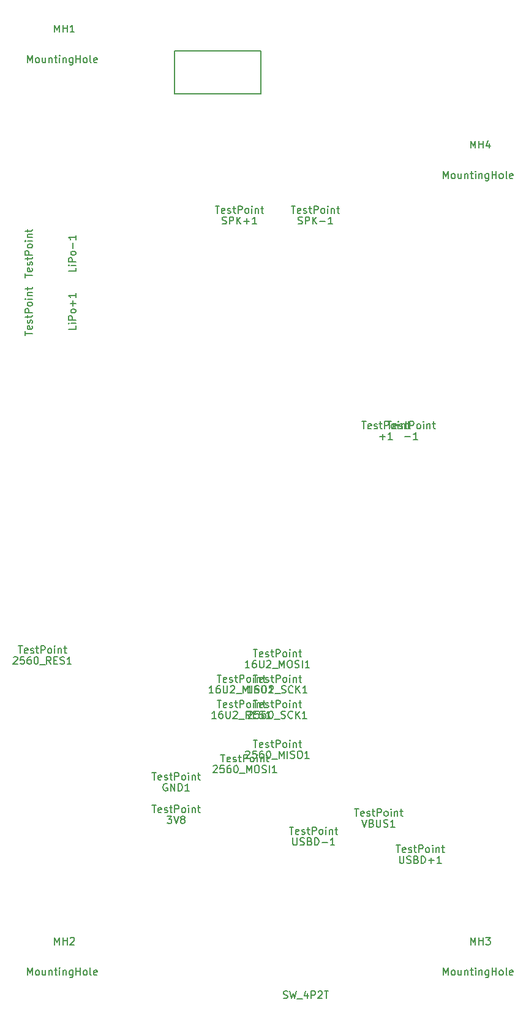
<source format=gbr>
G04 #@! TF.GenerationSoftware,KiCad,Pcbnew,6.0.2+dfsg-1*
G04 #@! TF.CreationDate,2022-12-26T21:57:55-05:00*
G04 #@! TF.ProjectId,RUSP_TestBoard,52555350-5f54-4657-9374-426f6172642e,rev?*
G04 #@! TF.SameCoordinates,Original*
G04 #@! TF.FileFunction,AssemblyDrawing,Top*
%FSLAX46Y46*%
G04 Gerber Fmt 4.6, Leading zero omitted, Abs format (unit mm)*
G04 Created by KiCad (PCBNEW 6.0.2+dfsg-1) date 2022-12-26 21:57:55*
%MOMM*%
%LPD*%
G01*
G04 APERTURE LIST*
%ADD10C,0.150000*%
G04 APERTURE END LIST*
D10*
X106916666Y-138702380D02*
X107488095Y-138702380D01*
X107202380Y-139702380D02*
X107202380Y-138702380D01*
X108202380Y-139654761D02*
X108107142Y-139702380D01*
X107916666Y-139702380D01*
X107821428Y-139654761D01*
X107773809Y-139559523D01*
X107773809Y-139178571D01*
X107821428Y-139083333D01*
X107916666Y-139035714D01*
X108107142Y-139035714D01*
X108202380Y-139083333D01*
X108250000Y-139178571D01*
X108250000Y-139273809D01*
X107773809Y-139369047D01*
X108630952Y-139654761D02*
X108726190Y-139702380D01*
X108916666Y-139702380D01*
X109011904Y-139654761D01*
X109059523Y-139559523D01*
X109059523Y-139511904D01*
X109011904Y-139416666D01*
X108916666Y-139369047D01*
X108773809Y-139369047D01*
X108678571Y-139321428D01*
X108630952Y-139226190D01*
X108630952Y-139178571D01*
X108678571Y-139083333D01*
X108773809Y-139035714D01*
X108916666Y-139035714D01*
X109011904Y-139083333D01*
X109345238Y-139035714D02*
X109726190Y-139035714D01*
X109488095Y-138702380D02*
X109488095Y-139559523D01*
X109535714Y-139654761D01*
X109630952Y-139702380D01*
X109726190Y-139702380D01*
X110059523Y-139702380D02*
X110059523Y-138702380D01*
X110440476Y-138702380D01*
X110535714Y-138750000D01*
X110583333Y-138797619D01*
X110630952Y-138892857D01*
X110630952Y-139035714D01*
X110583333Y-139130952D01*
X110535714Y-139178571D01*
X110440476Y-139226190D01*
X110059523Y-139226190D01*
X111202380Y-139702380D02*
X111107142Y-139654761D01*
X111059523Y-139607142D01*
X111011904Y-139511904D01*
X111011904Y-139226190D01*
X111059523Y-139130952D01*
X111107142Y-139083333D01*
X111202380Y-139035714D01*
X111345238Y-139035714D01*
X111440476Y-139083333D01*
X111488095Y-139130952D01*
X111535714Y-139226190D01*
X111535714Y-139511904D01*
X111488095Y-139607142D01*
X111440476Y-139654761D01*
X111345238Y-139702380D01*
X111202380Y-139702380D01*
X111964285Y-139702380D02*
X111964285Y-139035714D01*
X111964285Y-138702380D02*
X111916666Y-138750000D01*
X111964285Y-138797619D01*
X112011904Y-138750000D01*
X111964285Y-138702380D01*
X111964285Y-138797619D01*
X112440476Y-139035714D02*
X112440476Y-139702380D01*
X112440476Y-139130952D02*
X112488095Y-139083333D01*
X112583333Y-139035714D01*
X112726190Y-139035714D01*
X112821428Y-139083333D01*
X112869047Y-139178571D01*
X112869047Y-139702380D01*
X113202380Y-139035714D02*
X113583333Y-139035714D01*
X113345238Y-138702380D02*
X113345238Y-139559523D01*
X113392857Y-139654761D01*
X113488095Y-139702380D01*
X113583333Y-139702380D01*
X109011904Y-140250000D02*
X108916666Y-140202380D01*
X108773809Y-140202380D01*
X108630952Y-140250000D01*
X108535714Y-140345238D01*
X108488095Y-140440476D01*
X108440476Y-140630952D01*
X108440476Y-140773809D01*
X108488095Y-140964285D01*
X108535714Y-141059523D01*
X108630952Y-141154761D01*
X108773809Y-141202380D01*
X108869047Y-141202380D01*
X109011904Y-141154761D01*
X109059523Y-141107142D01*
X109059523Y-140773809D01*
X108869047Y-140773809D01*
X109488095Y-141202380D02*
X109488095Y-140202380D01*
X110059523Y-141202380D01*
X110059523Y-140202380D01*
X110535714Y-141202380D02*
X110535714Y-140202380D01*
X110773809Y-140202380D01*
X110916666Y-140250000D01*
X111011904Y-140345238D01*
X111059523Y-140440476D01*
X111107142Y-140630952D01*
X111107142Y-140773809D01*
X111059523Y-140964285D01*
X111011904Y-141059523D01*
X110916666Y-141154761D01*
X110773809Y-141202380D01*
X110535714Y-141202380D01*
X112059523Y-141202380D02*
X111488095Y-141202380D01*
X111773809Y-141202380D02*
X111773809Y-140202380D01*
X111678571Y-140345238D01*
X111583333Y-140440476D01*
X111488095Y-140488095D01*
X120916666Y-125202380D02*
X121488095Y-125202380D01*
X121202380Y-126202380D02*
X121202380Y-125202380D01*
X122202380Y-126154761D02*
X122107142Y-126202380D01*
X121916666Y-126202380D01*
X121821428Y-126154761D01*
X121773809Y-126059523D01*
X121773809Y-125678571D01*
X121821428Y-125583333D01*
X121916666Y-125535714D01*
X122107142Y-125535714D01*
X122202380Y-125583333D01*
X122250000Y-125678571D01*
X122250000Y-125773809D01*
X121773809Y-125869047D01*
X122630952Y-126154761D02*
X122726190Y-126202380D01*
X122916666Y-126202380D01*
X123011904Y-126154761D01*
X123059523Y-126059523D01*
X123059523Y-126011904D01*
X123011904Y-125916666D01*
X122916666Y-125869047D01*
X122773809Y-125869047D01*
X122678571Y-125821428D01*
X122630952Y-125726190D01*
X122630952Y-125678571D01*
X122678571Y-125583333D01*
X122773809Y-125535714D01*
X122916666Y-125535714D01*
X123011904Y-125583333D01*
X123345238Y-125535714D02*
X123726190Y-125535714D01*
X123488095Y-125202380D02*
X123488095Y-126059523D01*
X123535714Y-126154761D01*
X123630952Y-126202380D01*
X123726190Y-126202380D01*
X124059523Y-126202380D02*
X124059523Y-125202380D01*
X124440476Y-125202380D01*
X124535714Y-125250000D01*
X124583333Y-125297619D01*
X124630952Y-125392857D01*
X124630952Y-125535714D01*
X124583333Y-125630952D01*
X124535714Y-125678571D01*
X124440476Y-125726190D01*
X124059523Y-125726190D01*
X125202380Y-126202380D02*
X125107142Y-126154761D01*
X125059523Y-126107142D01*
X125011904Y-126011904D01*
X125011904Y-125726190D01*
X125059523Y-125630952D01*
X125107142Y-125583333D01*
X125202380Y-125535714D01*
X125345238Y-125535714D01*
X125440476Y-125583333D01*
X125488095Y-125630952D01*
X125535714Y-125726190D01*
X125535714Y-126011904D01*
X125488095Y-126107142D01*
X125440476Y-126154761D01*
X125345238Y-126202380D01*
X125202380Y-126202380D01*
X125964285Y-126202380D02*
X125964285Y-125535714D01*
X125964285Y-125202380D02*
X125916666Y-125250000D01*
X125964285Y-125297619D01*
X126011904Y-125250000D01*
X125964285Y-125202380D01*
X125964285Y-125297619D01*
X126440476Y-125535714D02*
X126440476Y-126202380D01*
X126440476Y-125630952D02*
X126488095Y-125583333D01*
X126583333Y-125535714D01*
X126726190Y-125535714D01*
X126821428Y-125583333D01*
X126869047Y-125678571D01*
X126869047Y-126202380D01*
X127202380Y-125535714D02*
X127583333Y-125535714D01*
X127345238Y-125202380D02*
X127345238Y-126059523D01*
X127392857Y-126154761D01*
X127488095Y-126202380D01*
X127583333Y-126202380D01*
X120726190Y-127702380D02*
X120154761Y-127702380D01*
X120440476Y-127702380D02*
X120440476Y-126702380D01*
X120345238Y-126845238D01*
X120250000Y-126940476D01*
X120154761Y-126988095D01*
X121583333Y-126702380D02*
X121392857Y-126702380D01*
X121297619Y-126750000D01*
X121250000Y-126797619D01*
X121154761Y-126940476D01*
X121107142Y-127130952D01*
X121107142Y-127511904D01*
X121154761Y-127607142D01*
X121202380Y-127654761D01*
X121297619Y-127702380D01*
X121488095Y-127702380D01*
X121583333Y-127654761D01*
X121630952Y-127607142D01*
X121678571Y-127511904D01*
X121678571Y-127273809D01*
X121630952Y-127178571D01*
X121583333Y-127130952D01*
X121488095Y-127083333D01*
X121297619Y-127083333D01*
X121202380Y-127130952D01*
X121154761Y-127178571D01*
X121107142Y-127273809D01*
X122107142Y-126702380D02*
X122107142Y-127511904D01*
X122154761Y-127607142D01*
X122202380Y-127654761D01*
X122297619Y-127702380D01*
X122488095Y-127702380D01*
X122583333Y-127654761D01*
X122630952Y-127607142D01*
X122678571Y-127511904D01*
X122678571Y-126702380D01*
X123107142Y-126797619D02*
X123154761Y-126750000D01*
X123250000Y-126702380D01*
X123488095Y-126702380D01*
X123583333Y-126750000D01*
X123630952Y-126797619D01*
X123678571Y-126892857D01*
X123678571Y-126988095D01*
X123630952Y-127130952D01*
X123059523Y-127702380D01*
X123678571Y-127702380D01*
X123869047Y-127797619D02*
X124630952Y-127797619D01*
X124821428Y-127654761D02*
X124964285Y-127702380D01*
X125202380Y-127702380D01*
X125297619Y-127654761D01*
X125345238Y-127607142D01*
X125392857Y-127511904D01*
X125392857Y-127416666D01*
X125345238Y-127321428D01*
X125297619Y-127273809D01*
X125202380Y-127226190D01*
X125011904Y-127178571D01*
X124916666Y-127130952D01*
X124869047Y-127083333D01*
X124821428Y-126988095D01*
X124821428Y-126892857D01*
X124869047Y-126797619D01*
X124916666Y-126750000D01*
X125011904Y-126702380D01*
X125250000Y-126702380D01*
X125392857Y-126750000D01*
X126392857Y-127607142D02*
X126345238Y-127654761D01*
X126202380Y-127702380D01*
X126107142Y-127702380D01*
X125964285Y-127654761D01*
X125869047Y-127559523D01*
X125821428Y-127464285D01*
X125773809Y-127273809D01*
X125773809Y-127130952D01*
X125821428Y-126940476D01*
X125869047Y-126845238D01*
X125964285Y-126750000D01*
X126107142Y-126702380D01*
X126202380Y-126702380D01*
X126345238Y-126750000D01*
X126392857Y-126797619D01*
X126821428Y-127702380D02*
X126821428Y-126702380D01*
X127392857Y-127702380D02*
X126964285Y-127130952D01*
X127392857Y-126702380D02*
X126821428Y-127273809D01*
X128345238Y-127702380D02*
X127773809Y-127702380D01*
X128059523Y-127702380D02*
X128059523Y-126702380D01*
X127964285Y-126845238D01*
X127869047Y-126940476D01*
X127773809Y-126988095D01*
X135916666Y-90202380D02*
X136488095Y-90202380D01*
X136202380Y-91202380D02*
X136202380Y-90202380D01*
X137202380Y-91154761D02*
X137107142Y-91202380D01*
X136916666Y-91202380D01*
X136821428Y-91154761D01*
X136773809Y-91059523D01*
X136773809Y-90678571D01*
X136821428Y-90583333D01*
X136916666Y-90535714D01*
X137107142Y-90535714D01*
X137202380Y-90583333D01*
X137250000Y-90678571D01*
X137250000Y-90773809D01*
X136773809Y-90869047D01*
X137630952Y-91154761D02*
X137726190Y-91202380D01*
X137916666Y-91202380D01*
X138011904Y-91154761D01*
X138059523Y-91059523D01*
X138059523Y-91011904D01*
X138011904Y-90916666D01*
X137916666Y-90869047D01*
X137773809Y-90869047D01*
X137678571Y-90821428D01*
X137630952Y-90726190D01*
X137630952Y-90678571D01*
X137678571Y-90583333D01*
X137773809Y-90535714D01*
X137916666Y-90535714D01*
X138011904Y-90583333D01*
X138345238Y-90535714D02*
X138726190Y-90535714D01*
X138488095Y-90202380D02*
X138488095Y-91059523D01*
X138535714Y-91154761D01*
X138630952Y-91202380D01*
X138726190Y-91202380D01*
X139059523Y-91202380D02*
X139059523Y-90202380D01*
X139440476Y-90202380D01*
X139535714Y-90250000D01*
X139583333Y-90297619D01*
X139630952Y-90392857D01*
X139630952Y-90535714D01*
X139583333Y-90630952D01*
X139535714Y-90678571D01*
X139440476Y-90726190D01*
X139059523Y-90726190D01*
X140202380Y-91202380D02*
X140107142Y-91154761D01*
X140059523Y-91107142D01*
X140011904Y-91011904D01*
X140011904Y-90726190D01*
X140059523Y-90630952D01*
X140107142Y-90583333D01*
X140202380Y-90535714D01*
X140345238Y-90535714D01*
X140440476Y-90583333D01*
X140488095Y-90630952D01*
X140535714Y-90726190D01*
X140535714Y-91011904D01*
X140488095Y-91107142D01*
X140440476Y-91154761D01*
X140345238Y-91202380D01*
X140202380Y-91202380D01*
X140964285Y-91202380D02*
X140964285Y-90535714D01*
X140964285Y-90202380D02*
X140916666Y-90250000D01*
X140964285Y-90297619D01*
X141011904Y-90250000D01*
X140964285Y-90202380D01*
X140964285Y-90297619D01*
X141440476Y-90535714D02*
X141440476Y-91202380D01*
X141440476Y-90630952D02*
X141488095Y-90583333D01*
X141583333Y-90535714D01*
X141726190Y-90535714D01*
X141821428Y-90583333D01*
X141869047Y-90678571D01*
X141869047Y-91202380D01*
X142202380Y-90535714D02*
X142583333Y-90535714D01*
X142345238Y-90202380D02*
X142345238Y-91059523D01*
X142392857Y-91154761D01*
X142488095Y-91202380D01*
X142583333Y-91202380D01*
X138392857Y-92321428D02*
X139154761Y-92321428D01*
X138773809Y-92702380D02*
X138773809Y-91940476D01*
X140154761Y-92702380D02*
X139583333Y-92702380D01*
X139869047Y-92702380D02*
X139869047Y-91702380D01*
X139773809Y-91845238D01*
X139678571Y-91940476D01*
X139583333Y-91988095D01*
X125916666Y-146202380D02*
X126488095Y-146202380D01*
X126202380Y-147202380D02*
X126202380Y-146202380D01*
X127202380Y-147154761D02*
X127107142Y-147202380D01*
X126916666Y-147202380D01*
X126821428Y-147154761D01*
X126773809Y-147059523D01*
X126773809Y-146678571D01*
X126821428Y-146583333D01*
X126916666Y-146535714D01*
X127107142Y-146535714D01*
X127202380Y-146583333D01*
X127250000Y-146678571D01*
X127250000Y-146773809D01*
X126773809Y-146869047D01*
X127630952Y-147154761D02*
X127726190Y-147202380D01*
X127916666Y-147202380D01*
X128011904Y-147154761D01*
X128059523Y-147059523D01*
X128059523Y-147011904D01*
X128011904Y-146916666D01*
X127916666Y-146869047D01*
X127773809Y-146869047D01*
X127678571Y-146821428D01*
X127630952Y-146726190D01*
X127630952Y-146678571D01*
X127678571Y-146583333D01*
X127773809Y-146535714D01*
X127916666Y-146535714D01*
X128011904Y-146583333D01*
X128345238Y-146535714D02*
X128726190Y-146535714D01*
X128488095Y-146202380D02*
X128488095Y-147059523D01*
X128535714Y-147154761D01*
X128630952Y-147202380D01*
X128726190Y-147202380D01*
X129059523Y-147202380D02*
X129059523Y-146202380D01*
X129440476Y-146202380D01*
X129535714Y-146250000D01*
X129583333Y-146297619D01*
X129630952Y-146392857D01*
X129630952Y-146535714D01*
X129583333Y-146630952D01*
X129535714Y-146678571D01*
X129440476Y-146726190D01*
X129059523Y-146726190D01*
X130202380Y-147202380D02*
X130107142Y-147154761D01*
X130059523Y-147107142D01*
X130011904Y-147011904D01*
X130011904Y-146726190D01*
X130059523Y-146630952D01*
X130107142Y-146583333D01*
X130202380Y-146535714D01*
X130345238Y-146535714D01*
X130440476Y-146583333D01*
X130488095Y-146630952D01*
X130535714Y-146726190D01*
X130535714Y-147011904D01*
X130488095Y-147107142D01*
X130440476Y-147154761D01*
X130345238Y-147202380D01*
X130202380Y-147202380D01*
X130964285Y-147202380D02*
X130964285Y-146535714D01*
X130964285Y-146202380D02*
X130916666Y-146250000D01*
X130964285Y-146297619D01*
X131011904Y-146250000D01*
X130964285Y-146202380D01*
X130964285Y-146297619D01*
X131440476Y-146535714D02*
X131440476Y-147202380D01*
X131440476Y-146630952D02*
X131488095Y-146583333D01*
X131583333Y-146535714D01*
X131726190Y-146535714D01*
X131821428Y-146583333D01*
X131869047Y-146678571D01*
X131869047Y-147202380D01*
X132202380Y-146535714D02*
X132583333Y-146535714D01*
X132345238Y-146202380D02*
X132345238Y-147059523D01*
X132392857Y-147154761D01*
X132488095Y-147202380D01*
X132583333Y-147202380D01*
X126392857Y-147702380D02*
X126392857Y-148511904D01*
X126440476Y-148607142D01*
X126488095Y-148654761D01*
X126583333Y-148702380D01*
X126773809Y-148702380D01*
X126869047Y-148654761D01*
X126916666Y-148607142D01*
X126964285Y-148511904D01*
X126964285Y-147702380D01*
X127392857Y-148654761D02*
X127535714Y-148702380D01*
X127773809Y-148702380D01*
X127869047Y-148654761D01*
X127916666Y-148607142D01*
X127964285Y-148511904D01*
X127964285Y-148416666D01*
X127916666Y-148321428D01*
X127869047Y-148273809D01*
X127773809Y-148226190D01*
X127583333Y-148178571D01*
X127488095Y-148130952D01*
X127440476Y-148083333D01*
X127392857Y-147988095D01*
X127392857Y-147892857D01*
X127440476Y-147797619D01*
X127488095Y-147750000D01*
X127583333Y-147702380D01*
X127821428Y-147702380D01*
X127964285Y-147750000D01*
X128726190Y-148178571D02*
X128869047Y-148226190D01*
X128916666Y-148273809D01*
X128964285Y-148369047D01*
X128964285Y-148511904D01*
X128916666Y-148607142D01*
X128869047Y-148654761D01*
X128773809Y-148702380D01*
X128392857Y-148702380D01*
X128392857Y-147702380D01*
X128726190Y-147702380D01*
X128821428Y-147750000D01*
X128869047Y-147797619D01*
X128916666Y-147892857D01*
X128916666Y-147988095D01*
X128869047Y-148083333D01*
X128821428Y-148130952D01*
X128726190Y-148178571D01*
X128392857Y-148178571D01*
X129392857Y-148702380D02*
X129392857Y-147702380D01*
X129630952Y-147702380D01*
X129773809Y-147750000D01*
X129869047Y-147845238D01*
X129916666Y-147940476D01*
X129964285Y-148130952D01*
X129964285Y-148273809D01*
X129916666Y-148464285D01*
X129869047Y-148559523D01*
X129773809Y-148654761D01*
X129630952Y-148702380D01*
X129392857Y-148702380D01*
X130392857Y-148321428D02*
X131154761Y-148321428D01*
X132154761Y-148702380D02*
X131583333Y-148702380D01*
X131869047Y-148702380D02*
X131869047Y-147702380D01*
X131773809Y-147845238D01*
X131678571Y-147940476D01*
X131583333Y-147988095D01*
X147214285Y-166652380D02*
X147214285Y-165652380D01*
X147547619Y-166366666D01*
X147880952Y-165652380D01*
X147880952Y-166652380D01*
X148500000Y-166652380D02*
X148404761Y-166604761D01*
X148357142Y-166557142D01*
X148309523Y-166461904D01*
X148309523Y-166176190D01*
X148357142Y-166080952D01*
X148404761Y-166033333D01*
X148500000Y-165985714D01*
X148642857Y-165985714D01*
X148738095Y-166033333D01*
X148785714Y-166080952D01*
X148833333Y-166176190D01*
X148833333Y-166461904D01*
X148785714Y-166557142D01*
X148738095Y-166604761D01*
X148642857Y-166652380D01*
X148500000Y-166652380D01*
X149690476Y-165985714D02*
X149690476Y-166652380D01*
X149261904Y-165985714D02*
X149261904Y-166509523D01*
X149309523Y-166604761D01*
X149404761Y-166652380D01*
X149547619Y-166652380D01*
X149642857Y-166604761D01*
X149690476Y-166557142D01*
X150166666Y-165985714D02*
X150166666Y-166652380D01*
X150166666Y-166080952D02*
X150214285Y-166033333D01*
X150309523Y-165985714D01*
X150452380Y-165985714D01*
X150547619Y-166033333D01*
X150595238Y-166128571D01*
X150595238Y-166652380D01*
X150928571Y-165985714D02*
X151309523Y-165985714D01*
X151071428Y-165652380D02*
X151071428Y-166509523D01*
X151119047Y-166604761D01*
X151214285Y-166652380D01*
X151309523Y-166652380D01*
X151642857Y-166652380D02*
X151642857Y-165985714D01*
X151642857Y-165652380D02*
X151595238Y-165700000D01*
X151642857Y-165747619D01*
X151690476Y-165700000D01*
X151642857Y-165652380D01*
X151642857Y-165747619D01*
X152119047Y-165985714D02*
X152119047Y-166652380D01*
X152119047Y-166080952D02*
X152166666Y-166033333D01*
X152261904Y-165985714D01*
X152404761Y-165985714D01*
X152500000Y-166033333D01*
X152547619Y-166128571D01*
X152547619Y-166652380D01*
X153452380Y-165985714D02*
X153452380Y-166795238D01*
X153404761Y-166890476D01*
X153357142Y-166938095D01*
X153261904Y-166985714D01*
X153119047Y-166985714D01*
X153023809Y-166938095D01*
X153452380Y-166604761D02*
X153357142Y-166652380D01*
X153166666Y-166652380D01*
X153071428Y-166604761D01*
X153023809Y-166557142D01*
X152976190Y-166461904D01*
X152976190Y-166176190D01*
X153023809Y-166080952D01*
X153071428Y-166033333D01*
X153166666Y-165985714D01*
X153357142Y-165985714D01*
X153452380Y-166033333D01*
X153928571Y-166652380D02*
X153928571Y-165652380D01*
X153928571Y-166128571D02*
X154500000Y-166128571D01*
X154500000Y-166652380D02*
X154500000Y-165652380D01*
X155119047Y-166652380D02*
X155023809Y-166604761D01*
X154976190Y-166557142D01*
X154928571Y-166461904D01*
X154928571Y-166176190D01*
X154976190Y-166080952D01*
X155023809Y-166033333D01*
X155119047Y-165985714D01*
X155261904Y-165985714D01*
X155357142Y-166033333D01*
X155404761Y-166080952D01*
X155452380Y-166176190D01*
X155452380Y-166461904D01*
X155404761Y-166557142D01*
X155357142Y-166604761D01*
X155261904Y-166652380D01*
X155119047Y-166652380D01*
X156023809Y-166652380D02*
X155928571Y-166604761D01*
X155880952Y-166509523D01*
X155880952Y-165652380D01*
X156785714Y-166604761D02*
X156690476Y-166652380D01*
X156500000Y-166652380D01*
X156404761Y-166604761D01*
X156357142Y-166509523D01*
X156357142Y-166128571D01*
X156404761Y-166033333D01*
X156500000Y-165985714D01*
X156690476Y-165985714D01*
X156785714Y-166033333D01*
X156833333Y-166128571D01*
X156833333Y-166223809D01*
X156357142Y-166319047D01*
X150966666Y-162452380D02*
X150966666Y-161452380D01*
X151300000Y-162166666D01*
X151633333Y-161452380D01*
X151633333Y-162452380D01*
X152109523Y-162452380D02*
X152109523Y-161452380D01*
X152109523Y-161928571D02*
X152680952Y-161928571D01*
X152680952Y-162452380D02*
X152680952Y-161452380D01*
X153061904Y-161452380D02*
X153680952Y-161452380D01*
X153347619Y-161833333D01*
X153490476Y-161833333D01*
X153585714Y-161880952D01*
X153633333Y-161928571D01*
X153680952Y-162023809D01*
X153680952Y-162261904D01*
X153633333Y-162357142D01*
X153585714Y-162404761D01*
X153490476Y-162452380D01*
X153204761Y-162452380D01*
X153109523Y-162404761D01*
X153061904Y-162357142D01*
X120916666Y-121702380D02*
X121488095Y-121702380D01*
X121202380Y-122702380D02*
X121202380Y-121702380D01*
X122202380Y-122654761D02*
X122107142Y-122702380D01*
X121916666Y-122702380D01*
X121821428Y-122654761D01*
X121773809Y-122559523D01*
X121773809Y-122178571D01*
X121821428Y-122083333D01*
X121916666Y-122035714D01*
X122107142Y-122035714D01*
X122202380Y-122083333D01*
X122250000Y-122178571D01*
X122250000Y-122273809D01*
X121773809Y-122369047D01*
X122630952Y-122654761D02*
X122726190Y-122702380D01*
X122916666Y-122702380D01*
X123011904Y-122654761D01*
X123059523Y-122559523D01*
X123059523Y-122511904D01*
X123011904Y-122416666D01*
X122916666Y-122369047D01*
X122773809Y-122369047D01*
X122678571Y-122321428D01*
X122630952Y-122226190D01*
X122630952Y-122178571D01*
X122678571Y-122083333D01*
X122773809Y-122035714D01*
X122916666Y-122035714D01*
X123011904Y-122083333D01*
X123345238Y-122035714D02*
X123726190Y-122035714D01*
X123488095Y-121702380D02*
X123488095Y-122559523D01*
X123535714Y-122654761D01*
X123630952Y-122702380D01*
X123726190Y-122702380D01*
X124059523Y-122702380D02*
X124059523Y-121702380D01*
X124440476Y-121702380D01*
X124535714Y-121750000D01*
X124583333Y-121797619D01*
X124630952Y-121892857D01*
X124630952Y-122035714D01*
X124583333Y-122130952D01*
X124535714Y-122178571D01*
X124440476Y-122226190D01*
X124059523Y-122226190D01*
X125202380Y-122702380D02*
X125107142Y-122654761D01*
X125059523Y-122607142D01*
X125011904Y-122511904D01*
X125011904Y-122226190D01*
X125059523Y-122130952D01*
X125107142Y-122083333D01*
X125202380Y-122035714D01*
X125345238Y-122035714D01*
X125440476Y-122083333D01*
X125488095Y-122130952D01*
X125535714Y-122226190D01*
X125535714Y-122511904D01*
X125488095Y-122607142D01*
X125440476Y-122654761D01*
X125345238Y-122702380D01*
X125202380Y-122702380D01*
X125964285Y-122702380D02*
X125964285Y-122035714D01*
X125964285Y-121702380D02*
X125916666Y-121750000D01*
X125964285Y-121797619D01*
X126011904Y-121750000D01*
X125964285Y-121702380D01*
X125964285Y-121797619D01*
X126440476Y-122035714D02*
X126440476Y-122702380D01*
X126440476Y-122130952D02*
X126488095Y-122083333D01*
X126583333Y-122035714D01*
X126726190Y-122035714D01*
X126821428Y-122083333D01*
X126869047Y-122178571D01*
X126869047Y-122702380D01*
X127202380Y-122035714D02*
X127583333Y-122035714D01*
X127345238Y-121702380D02*
X127345238Y-122559523D01*
X127392857Y-122654761D01*
X127488095Y-122702380D01*
X127583333Y-122702380D01*
X120392857Y-124202380D02*
X119821428Y-124202380D01*
X120107142Y-124202380D02*
X120107142Y-123202380D01*
X120011904Y-123345238D01*
X119916666Y-123440476D01*
X119821428Y-123488095D01*
X121250000Y-123202380D02*
X121059523Y-123202380D01*
X120964285Y-123250000D01*
X120916666Y-123297619D01*
X120821428Y-123440476D01*
X120773809Y-123630952D01*
X120773809Y-124011904D01*
X120821428Y-124107142D01*
X120869047Y-124154761D01*
X120964285Y-124202380D01*
X121154761Y-124202380D01*
X121250000Y-124154761D01*
X121297619Y-124107142D01*
X121345238Y-124011904D01*
X121345238Y-123773809D01*
X121297619Y-123678571D01*
X121250000Y-123630952D01*
X121154761Y-123583333D01*
X120964285Y-123583333D01*
X120869047Y-123630952D01*
X120821428Y-123678571D01*
X120773809Y-123773809D01*
X121773809Y-123202380D02*
X121773809Y-124011904D01*
X121821428Y-124107142D01*
X121869047Y-124154761D01*
X121964285Y-124202380D01*
X122154761Y-124202380D01*
X122250000Y-124154761D01*
X122297619Y-124107142D01*
X122345238Y-124011904D01*
X122345238Y-123202380D01*
X122773809Y-123297619D02*
X122821428Y-123250000D01*
X122916666Y-123202380D01*
X123154761Y-123202380D01*
X123250000Y-123250000D01*
X123297619Y-123297619D01*
X123345238Y-123392857D01*
X123345238Y-123488095D01*
X123297619Y-123630952D01*
X122726190Y-124202380D01*
X123345238Y-124202380D01*
X123535714Y-124297619D02*
X124297619Y-124297619D01*
X124535714Y-124202380D02*
X124535714Y-123202380D01*
X124869047Y-123916666D01*
X125202380Y-123202380D01*
X125202380Y-124202380D01*
X125869047Y-123202380D02*
X126059523Y-123202380D01*
X126154761Y-123250000D01*
X126250000Y-123345238D01*
X126297619Y-123535714D01*
X126297619Y-123869047D01*
X126250000Y-124059523D01*
X126154761Y-124154761D01*
X126059523Y-124202380D01*
X125869047Y-124202380D01*
X125773809Y-124154761D01*
X125678571Y-124059523D01*
X125630952Y-123869047D01*
X125630952Y-123535714D01*
X125678571Y-123345238D01*
X125773809Y-123250000D01*
X125869047Y-123202380D01*
X126678571Y-124154761D02*
X126821428Y-124202380D01*
X127059523Y-124202380D01*
X127154761Y-124154761D01*
X127202380Y-124107142D01*
X127250000Y-124011904D01*
X127250000Y-123916666D01*
X127202380Y-123821428D01*
X127154761Y-123773809D01*
X127059523Y-123726190D01*
X126869047Y-123678571D01*
X126773809Y-123630952D01*
X126726190Y-123583333D01*
X126678571Y-123488095D01*
X126678571Y-123392857D01*
X126726190Y-123297619D01*
X126773809Y-123250000D01*
X126869047Y-123202380D01*
X127107142Y-123202380D01*
X127250000Y-123250000D01*
X127678571Y-124202380D02*
X127678571Y-123202380D01*
X128678571Y-124202380D02*
X128107142Y-124202380D01*
X128392857Y-124202380D02*
X128392857Y-123202380D01*
X128297619Y-123345238D01*
X128202380Y-123440476D01*
X128107142Y-123488095D01*
X89714285Y-40652380D02*
X89714285Y-39652380D01*
X90047619Y-40366666D01*
X90380952Y-39652380D01*
X90380952Y-40652380D01*
X91000000Y-40652380D02*
X90904761Y-40604761D01*
X90857142Y-40557142D01*
X90809523Y-40461904D01*
X90809523Y-40176190D01*
X90857142Y-40080952D01*
X90904761Y-40033333D01*
X91000000Y-39985714D01*
X91142857Y-39985714D01*
X91238095Y-40033333D01*
X91285714Y-40080952D01*
X91333333Y-40176190D01*
X91333333Y-40461904D01*
X91285714Y-40557142D01*
X91238095Y-40604761D01*
X91142857Y-40652380D01*
X91000000Y-40652380D01*
X92190476Y-39985714D02*
X92190476Y-40652380D01*
X91761904Y-39985714D02*
X91761904Y-40509523D01*
X91809523Y-40604761D01*
X91904761Y-40652380D01*
X92047619Y-40652380D01*
X92142857Y-40604761D01*
X92190476Y-40557142D01*
X92666666Y-39985714D02*
X92666666Y-40652380D01*
X92666666Y-40080952D02*
X92714285Y-40033333D01*
X92809523Y-39985714D01*
X92952380Y-39985714D01*
X93047619Y-40033333D01*
X93095238Y-40128571D01*
X93095238Y-40652380D01*
X93428571Y-39985714D02*
X93809523Y-39985714D01*
X93571428Y-39652380D02*
X93571428Y-40509523D01*
X93619047Y-40604761D01*
X93714285Y-40652380D01*
X93809523Y-40652380D01*
X94142857Y-40652380D02*
X94142857Y-39985714D01*
X94142857Y-39652380D02*
X94095238Y-39700000D01*
X94142857Y-39747619D01*
X94190476Y-39700000D01*
X94142857Y-39652380D01*
X94142857Y-39747619D01*
X94619047Y-39985714D02*
X94619047Y-40652380D01*
X94619047Y-40080952D02*
X94666666Y-40033333D01*
X94761904Y-39985714D01*
X94904761Y-39985714D01*
X95000000Y-40033333D01*
X95047619Y-40128571D01*
X95047619Y-40652380D01*
X95952380Y-39985714D02*
X95952380Y-40795238D01*
X95904761Y-40890476D01*
X95857142Y-40938095D01*
X95761904Y-40985714D01*
X95619047Y-40985714D01*
X95523809Y-40938095D01*
X95952380Y-40604761D02*
X95857142Y-40652380D01*
X95666666Y-40652380D01*
X95571428Y-40604761D01*
X95523809Y-40557142D01*
X95476190Y-40461904D01*
X95476190Y-40176190D01*
X95523809Y-40080952D01*
X95571428Y-40033333D01*
X95666666Y-39985714D01*
X95857142Y-39985714D01*
X95952380Y-40033333D01*
X96428571Y-40652380D02*
X96428571Y-39652380D01*
X96428571Y-40128571D02*
X97000000Y-40128571D01*
X97000000Y-40652380D02*
X97000000Y-39652380D01*
X97619047Y-40652380D02*
X97523809Y-40604761D01*
X97476190Y-40557142D01*
X97428571Y-40461904D01*
X97428571Y-40176190D01*
X97476190Y-40080952D01*
X97523809Y-40033333D01*
X97619047Y-39985714D01*
X97761904Y-39985714D01*
X97857142Y-40033333D01*
X97904761Y-40080952D01*
X97952380Y-40176190D01*
X97952380Y-40461904D01*
X97904761Y-40557142D01*
X97857142Y-40604761D01*
X97761904Y-40652380D01*
X97619047Y-40652380D01*
X98523809Y-40652380D02*
X98428571Y-40604761D01*
X98380952Y-40509523D01*
X98380952Y-39652380D01*
X99285714Y-40604761D02*
X99190476Y-40652380D01*
X99000000Y-40652380D01*
X98904761Y-40604761D01*
X98857142Y-40509523D01*
X98857142Y-40128571D01*
X98904761Y-40033333D01*
X99000000Y-39985714D01*
X99190476Y-39985714D01*
X99285714Y-40033333D01*
X99333333Y-40128571D01*
X99333333Y-40223809D01*
X98857142Y-40319047D01*
X93466666Y-36452380D02*
X93466666Y-35452380D01*
X93800000Y-36166666D01*
X94133333Y-35452380D01*
X94133333Y-36452380D01*
X94609523Y-36452380D02*
X94609523Y-35452380D01*
X94609523Y-35928571D02*
X95180952Y-35928571D01*
X95180952Y-36452380D02*
X95180952Y-35452380D01*
X96180952Y-36452380D02*
X95609523Y-36452380D01*
X95895238Y-36452380D02*
X95895238Y-35452380D01*
X95800000Y-35595238D01*
X95704761Y-35690476D01*
X95609523Y-35738095D01*
X115916666Y-128702380D02*
X116488095Y-128702380D01*
X116202380Y-129702380D02*
X116202380Y-128702380D01*
X117202380Y-129654761D02*
X117107142Y-129702380D01*
X116916666Y-129702380D01*
X116821428Y-129654761D01*
X116773809Y-129559523D01*
X116773809Y-129178571D01*
X116821428Y-129083333D01*
X116916666Y-129035714D01*
X117107142Y-129035714D01*
X117202380Y-129083333D01*
X117250000Y-129178571D01*
X117250000Y-129273809D01*
X116773809Y-129369047D01*
X117630952Y-129654761D02*
X117726190Y-129702380D01*
X117916666Y-129702380D01*
X118011904Y-129654761D01*
X118059523Y-129559523D01*
X118059523Y-129511904D01*
X118011904Y-129416666D01*
X117916666Y-129369047D01*
X117773809Y-129369047D01*
X117678571Y-129321428D01*
X117630952Y-129226190D01*
X117630952Y-129178571D01*
X117678571Y-129083333D01*
X117773809Y-129035714D01*
X117916666Y-129035714D01*
X118011904Y-129083333D01*
X118345238Y-129035714D02*
X118726190Y-129035714D01*
X118488095Y-128702380D02*
X118488095Y-129559523D01*
X118535714Y-129654761D01*
X118630952Y-129702380D01*
X118726190Y-129702380D01*
X119059523Y-129702380D02*
X119059523Y-128702380D01*
X119440476Y-128702380D01*
X119535714Y-128750000D01*
X119583333Y-128797619D01*
X119630952Y-128892857D01*
X119630952Y-129035714D01*
X119583333Y-129130952D01*
X119535714Y-129178571D01*
X119440476Y-129226190D01*
X119059523Y-129226190D01*
X120202380Y-129702380D02*
X120107142Y-129654761D01*
X120059523Y-129607142D01*
X120011904Y-129511904D01*
X120011904Y-129226190D01*
X120059523Y-129130952D01*
X120107142Y-129083333D01*
X120202380Y-129035714D01*
X120345238Y-129035714D01*
X120440476Y-129083333D01*
X120488095Y-129130952D01*
X120535714Y-129226190D01*
X120535714Y-129511904D01*
X120488095Y-129607142D01*
X120440476Y-129654761D01*
X120345238Y-129702380D01*
X120202380Y-129702380D01*
X120964285Y-129702380D02*
X120964285Y-129035714D01*
X120964285Y-128702380D02*
X120916666Y-128750000D01*
X120964285Y-128797619D01*
X121011904Y-128750000D01*
X120964285Y-128702380D01*
X120964285Y-128797619D01*
X121440476Y-129035714D02*
X121440476Y-129702380D01*
X121440476Y-129130952D02*
X121488095Y-129083333D01*
X121583333Y-129035714D01*
X121726190Y-129035714D01*
X121821428Y-129083333D01*
X121869047Y-129178571D01*
X121869047Y-129702380D01*
X122202380Y-129035714D02*
X122583333Y-129035714D01*
X122345238Y-128702380D02*
X122345238Y-129559523D01*
X122392857Y-129654761D01*
X122488095Y-129702380D01*
X122583333Y-129702380D01*
X115773809Y-131202380D02*
X115202380Y-131202380D01*
X115488095Y-131202380D02*
X115488095Y-130202380D01*
X115392857Y-130345238D01*
X115297619Y-130440476D01*
X115202380Y-130488095D01*
X116630952Y-130202380D02*
X116440476Y-130202380D01*
X116345238Y-130250000D01*
X116297619Y-130297619D01*
X116202380Y-130440476D01*
X116154761Y-130630952D01*
X116154761Y-131011904D01*
X116202380Y-131107142D01*
X116250000Y-131154761D01*
X116345238Y-131202380D01*
X116535714Y-131202380D01*
X116630952Y-131154761D01*
X116678571Y-131107142D01*
X116726190Y-131011904D01*
X116726190Y-130773809D01*
X116678571Y-130678571D01*
X116630952Y-130630952D01*
X116535714Y-130583333D01*
X116345238Y-130583333D01*
X116250000Y-130630952D01*
X116202380Y-130678571D01*
X116154761Y-130773809D01*
X117154761Y-130202380D02*
X117154761Y-131011904D01*
X117202380Y-131107142D01*
X117250000Y-131154761D01*
X117345238Y-131202380D01*
X117535714Y-131202380D01*
X117630952Y-131154761D01*
X117678571Y-131107142D01*
X117726190Y-131011904D01*
X117726190Y-130202380D01*
X118154761Y-130297619D02*
X118202380Y-130250000D01*
X118297619Y-130202380D01*
X118535714Y-130202380D01*
X118630952Y-130250000D01*
X118678571Y-130297619D01*
X118726190Y-130392857D01*
X118726190Y-130488095D01*
X118678571Y-130630952D01*
X118107142Y-131202380D01*
X118726190Y-131202380D01*
X118916666Y-131297619D02*
X119678571Y-131297619D01*
X120488095Y-131202380D02*
X120154761Y-130726190D01*
X119916666Y-131202380D02*
X119916666Y-130202380D01*
X120297619Y-130202380D01*
X120392857Y-130250000D01*
X120440476Y-130297619D01*
X120488095Y-130392857D01*
X120488095Y-130535714D01*
X120440476Y-130630952D01*
X120392857Y-130678571D01*
X120297619Y-130726190D01*
X119916666Y-130726190D01*
X120916666Y-130678571D02*
X121250000Y-130678571D01*
X121392857Y-131202380D02*
X120916666Y-131202380D01*
X120916666Y-130202380D01*
X121392857Y-130202380D01*
X121773809Y-131154761D02*
X121916666Y-131202380D01*
X122154761Y-131202380D01*
X122250000Y-131154761D01*
X122297619Y-131107142D01*
X122345238Y-131011904D01*
X122345238Y-130916666D01*
X122297619Y-130821428D01*
X122250000Y-130773809D01*
X122154761Y-130726190D01*
X121964285Y-130678571D01*
X121869047Y-130630952D01*
X121821428Y-130583333D01*
X121773809Y-130488095D01*
X121773809Y-130392857D01*
X121821428Y-130297619D01*
X121869047Y-130250000D01*
X121964285Y-130202380D01*
X122202380Y-130202380D01*
X122345238Y-130250000D01*
X123297619Y-131202380D02*
X122726190Y-131202380D01*
X123011904Y-131202380D02*
X123011904Y-130202380D01*
X122916666Y-130345238D01*
X122821428Y-130440476D01*
X122726190Y-130488095D01*
X89714285Y-166652380D02*
X89714285Y-165652380D01*
X90047619Y-166366666D01*
X90380952Y-165652380D01*
X90380952Y-166652380D01*
X91000000Y-166652380D02*
X90904761Y-166604761D01*
X90857142Y-166557142D01*
X90809523Y-166461904D01*
X90809523Y-166176190D01*
X90857142Y-166080952D01*
X90904761Y-166033333D01*
X91000000Y-165985714D01*
X91142857Y-165985714D01*
X91238095Y-166033333D01*
X91285714Y-166080952D01*
X91333333Y-166176190D01*
X91333333Y-166461904D01*
X91285714Y-166557142D01*
X91238095Y-166604761D01*
X91142857Y-166652380D01*
X91000000Y-166652380D01*
X92190476Y-165985714D02*
X92190476Y-166652380D01*
X91761904Y-165985714D02*
X91761904Y-166509523D01*
X91809523Y-166604761D01*
X91904761Y-166652380D01*
X92047619Y-166652380D01*
X92142857Y-166604761D01*
X92190476Y-166557142D01*
X92666666Y-165985714D02*
X92666666Y-166652380D01*
X92666666Y-166080952D02*
X92714285Y-166033333D01*
X92809523Y-165985714D01*
X92952380Y-165985714D01*
X93047619Y-166033333D01*
X93095238Y-166128571D01*
X93095238Y-166652380D01*
X93428571Y-165985714D02*
X93809523Y-165985714D01*
X93571428Y-165652380D02*
X93571428Y-166509523D01*
X93619047Y-166604761D01*
X93714285Y-166652380D01*
X93809523Y-166652380D01*
X94142857Y-166652380D02*
X94142857Y-165985714D01*
X94142857Y-165652380D02*
X94095238Y-165700000D01*
X94142857Y-165747619D01*
X94190476Y-165700000D01*
X94142857Y-165652380D01*
X94142857Y-165747619D01*
X94619047Y-165985714D02*
X94619047Y-166652380D01*
X94619047Y-166080952D02*
X94666666Y-166033333D01*
X94761904Y-165985714D01*
X94904761Y-165985714D01*
X95000000Y-166033333D01*
X95047619Y-166128571D01*
X95047619Y-166652380D01*
X95952380Y-165985714D02*
X95952380Y-166795238D01*
X95904761Y-166890476D01*
X95857142Y-166938095D01*
X95761904Y-166985714D01*
X95619047Y-166985714D01*
X95523809Y-166938095D01*
X95952380Y-166604761D02*
X95857142Y-166652380D01*
X95666666Y-166652380D01*
X95571428Y-166604761D01*
X95523809Y-166557142D01*
X95476190Y-166461904D01*
X95476190Y-166176190D01*
X95523809Y-166080952D01*
X95571428Y-166033333D01*
X95666666Y-165985714D01*
X95857142Y-165985714D01*
X95952380Y-166033333D01*
X96428571Y-166652380D02*
X96428571Y-165652380D01*
X96428571Y-166128571D02*
X97000000Y-166128571D01*
X97000000Y-166652380D02*
X97000000Y-165652380D01*
X97619047Y-166652380D02*
X97523809Y-166604761D01*
X97476190Y-166557142D01*
X97428571Y-166461904D01*
X97428571Y-166176190D01*
X97476190Y-166080952D01*
X97523809Y-166033333D01*
X97619047Y-165985714D01*
X97761904Y-165985714D01*
X97857142Y-166033333D01*
X97904761Y-166080952D01*
X97952380Y-166176190D01*
X97952380Y-166461904D01*
X97904761Y-166557142D01*
X97857142Y-166604761D01*
X97761904Y-166652380D01*
X97619047Y-166652380D01*
X98523809Y-166652380D02*
X98428571Y-166604761D01*
X98380952Y-166509523D01*
X98380952Y-165652380D01*
X99285714Y-166604761D02*
X99190476Y-166652380D01*
X99000000Y-166652380D01*
X98904761Y-166604761D01*
X98857142Y-166509523D01*
X98857142Y-166128571D01*
X98904761Y-166033333D01*
X99000000Y-165985714D01*
X99190476Y-165985714D01*
X99285714Y-166033333D01*
X99333333Y-166128571D01*
X99333333Y-166223809D01*
X98857142Y-166319047D01*
X93466666Y-162452380D02*
X93466666Y-161452380D01*
X93800000Y-162166666D01*
X94133333Y-161452380D01*
X94133333Y-162452380D01*
X94609523Y-162452380D02*
X94609523Y-161452380D01*
X94609523Y-161928571D02*
X95180952Y-161928571D01*
X95180952Y-162452380D02*
X95180952Y-161452380D01*
X95609523Y-161547619D02*
X95657142Y-161500000D01*
X95752380Y-161452380D01*
X95990476Y-161452380D01*
X96085714Y-161500000D01*
X96133333Y-161547619D01*
X96180952Y-161642857D01*
X96180952Y-161738095D01*
X96133333Y-161880952D01*
X95561904Y-162452380D01*
X96180952Y-162452380D01*
X120916666Y-134202380D02*
X121488095Y-134202380D01*
X121202380Y-135202380D02*
X121202380Y-134202380D01*
X122202380Y-135154761D02*
X122107142Y-135202380D01*
X121916666Y-135202380D01*
X121821428Y-135154761D01*
X121773809Y-135059523D01*
X121773809Y-134678571D01*
X121821428Y-134583333D01*
X121916666Y-134535714D01*
X122107142Y-134535714D01*
X122202380Y-134583333D01*
X122250000Y-134678571D01*
X122250000Y-134773809D01*
X121773809Y-134869047D01*
X122630952Y-135154761D02*
X122726190Y-135202380D01*
X122916666Y-135202380D01*
X123011904Y-135154761D01*
X123059523Y-135059523D01*
X123059523Y-135011904D01*
X123011904Y-134916666D01*
X122916666Y-134869047D01*
X122773809Y-134869047D01*
X122678571Y-134821428D01*
X122630952Y-134726190D01*
X122630952Y-134678571D01*
X122678571Y-134583333D01*
X122773809Y-134535714D01*
X122916666Y-134535714D01*
X123011904Y-134583333D01*
X123345238Y-134535714D02*
X123726190Y-134535714D01*
X123488095Y-134202380D02*
X123488095Y-135059523D01*
X123535714Y-135154761D01*
X123630952Y-135202380D01*
X123726190Y-135202380D01*
X124059523Y-135202380D02*
X124059523Y-134202380D01*
X124440476Y-134202380D01*
X124535714Y-134250000D01*
X124583333Y-134297619D01*
X124630952Y-134392857D01*
X124630952Y-134535714D01*
X124583333Y-134630952D01*
X124535714Y-134678571D01*
X124440476Y-134726190D01*
X124059523Y-134726190D01*
X125202380Y-135202380D02*
X125107142Y-135154761D01*
X125059523Y-135107142D01*
X125011904Y-135011904D01*
X125011904Y-134726190D01*
X125059523Y-134630952D01*
X125107142Y-134583333D01*
X125202380Y-134535714D01*
X125345238Y-134535714D01*
X125440476Y-134583333D01*
X125488095Y-134630952D01*
X125535714Y-134726190D01*
X125535714Y-135011904D01*
X125488095Y-135107142D01*
X125440476Y-135154761D01*
X125345238Y-135202380D01*
X125202380Y-135202380D01*
X125964285Y-135202380D02*
X125964285Y-134535714D01*
X125964285Y-134202380D02*
X125916666Y-134250000D01*
X125964285Y-134297619D01*
X126011904Y-134250000D01*
X125964285Y-134202380D01*
X125964285Y-134297619D01*
X126440476Y-134535714D02*
X126440476Y-135202380D01*
X126440476Y-134630952D02*
X126488095Y-134583333D01*
X126583333Y-134535714D01*
X126726190Y-134535714D01*
X126821428Y-134583333D01*
X126869047Y-134678571D01*
X126869047Y-135202380D01*
X127202380Y-134535714D02*
X127583333Y-134535714D01*
X127345238Y-134202380D02*
X127345238Y-135059523D01*
X127392857Y-135154761D01*
X127488095Y-135202380D01*
X127583333Y-135202380D01*
X119869047Y-135797619D02*
X119916666Y-135750000D01*
X120011904Y-135702380D01*
X120250000Y-135702380D01*
X120345238Y-135750000D01*
X120392857Y-135797619D01*
X120440476Y-135892857D01*
X120440476Y-135988095D01*
X120392857Y-136130952D01*
X119821428Y-136702380D01*
X120440476Y-136702380D01*
X121345238Y-135702380D02*
X120869047Y-135702380D01*
X120821428Y-136178571D01*
X120869047Y-136130952D01*
X120964285Y-136083333D01*
X121202380Y-136083333D01*
X121297619Y-136130952D01*
X121345238Y-136178571D01*
X121392857Y-136273809D01*
X121392857Y-136511904D01*
X121345238Y-136607142D01*
X121297619Y-136654761D01*
X121202380Y-136702380D01*
X120964285Y-136702380D01*
X120869047Y-136654761D01*
X120821428Y-136607142D01*
X122250000Y-135702380D02*
X122059523Y-135702380D01*
X121964285Y-135750000D01*
X121916666Y-135797619D01*
X121821428Y-135940476D01*
X121773809Y-136130952D01*
X121773809Y-136511904D01*
X121821428Y-136607142D01*
X121869047Y-136654761D01*
X121964285Y-136702380D01*
X122154761Y-136702380D01*
X122250000Y-136654761D01*
X122297619Y-136607142D01*
X122345238Y-136511904D01*
X122345238Y-136273809D01*
X122297619Y-136178571D01*
X122250000Y-136130952D01*
X122154761Y-136083333D01*
X121964285Y-136083333D01*
X121869047Y-136130952D01*
X121821428Y-136178571D01*
X121773809Y-136273809D01*
X122964285Y-135702380D02*
X123059523Y-135702380D01*
X123154761Y-135750000D01*
X123202380Y-135797619D01*
X123250000Y-135892857D01*
X123297619Y-136083333D01*
X123297619Y-136321428D01*
X123250000Y-136511904D01*
X123202380Y-136607142D01*
X123154761Y-136654761D01*
X123059523Y-136702380D01*
X122964285Y-136702380D01*
X122869047Y-136654761D01*
X122821428Y-136607142D01*
X122773809Y-136511904D01*
X122726190Y-136321428D01*
X122726190Y-136083333D01*
X122773809Y-135892857D01*
X122821428Y-135797619D01*
X122869047Y-135750000D01*
X122964285Y-135702380D01*
X123488095Y-136797619D02*
X124250000Y-136797619D01*
X124488095Y-136702380D02*
X124488095Y-135702380D01*
X124821428Y-136416666D01*
X125154761Y-135702380D01*
X125154761Y-136702380D01*
X125630952Y-136702380D02*
X125630952Y-135702380D01*
X126059523Y-136654761D02*
X126202380Y-136702380D01*
X126440476Y-136702380D01*
X126535714Y-136654761D01*
X126583333Y-136607142D01*
X126630952Y-136511904D01*
X126630952Y-136416666D01*
X126583333Y-136321428D01*
X126535714Y-136273809D01*
X126440476Y-136226190D01*
X126250000Y-136178571D01*
X126154761Y-136130952D01*
X126107142Y-136083333D01*
X126059523Y-135988095D01*
X126059523Y-135892857D01*
X126107142Y-135797619D01*
X126154761Y-135750000D01*
X126250000Y-135702380D01*
X126488095Y-135702380D01*
X126630952Y-135750000D01*
X127250000Y-135702380D02*
X127440476Y-135702380D01*
X127535714Y-135750000D01*
X127630952Y-135845238D01*
X127678571Y-136035714D01*
X127678571Y-136369047D01*
X127630952Y-136559523D01*
X127535714Y-136654761D01*
X127440476Y-136702380D01*
X127250000Y-136702380D01*
X127154761Y-136654761D01*
X127059523Y-136559523D01*
X127011904Y-136369047D01*
X127011904Y-136035714D01*
X127059523Y-135845238D01*
X127154761Y-135750000D01*
X127250000Y-135702380D01*
X128630952Y-136702380D02*
X128059523Y-136702380D01*
X128345238Y-136702380D02*
X128345238Y-135702380D01*
X128250000Y-135845238D01*
X128154761Y-135940476D01*
X128059523Y-135988095D01*
X88416666Y-121202380D02*
X88988095Y-121202380D01*
X88702380Y-122202380D02*
X88702380Y-121202380D01*
X89702380Y-122154761D02*
X89607142Y-122202380D01*
X89416666Y-122202380D01*
X89321428Y-122154761D01*
X89273809Y-122059523D01*
X89273809Y-121678571D01*
X89321428Y-121583333D01*
X89416666Y-121535714D01*
X89607142Y-121535714D01*
X89702380Y-121583333D01*
X89750000Y-121678571D01*
X89750000Y-121773809D01*
X89273809Y-121869047D01*
X90130952Y-122154761D02*
X90226190Y-122202380D01*
X90416666Y-122202380D01*
X90511904Y-122154761D01*
X90559523Y-122059523D01*
X90559523Y-122011904D01*
X90511904Y-121916666D01*
X90416666Y-121869047D01*
X90273809Y-121869047D01*
X90178571Y-121821428D01*
X90130952Y-121726190D01*
X90130952Y-121678571D01*
X90178571Y-121583333D01*
X90273809Y-121535714D01*
X90416666Y-121535714D01*
X90511904Y-121583333D01*
X90845238Y-121535714D02*
X91226190Y-121535714D01*
X90988095Y-121202380D02*
X90988095Y-122059523D01*
X91035714Y-122154761D01*
X91130952Y-122202380D01*
X91226190Y-122202380D01*
X91559523Y-122202380D02*
X91559523Y-121202380D01*
X91940476Y-121202380D01*
X92035714Y-121250000D01*
X92083333Y-121297619D01*
X92130952Y-121392857D01*
X92130952Y-121535714D01*
X92083333Y-121630952D01*
X92035714Y-121678571D01*
X91940476Y-121726190D01*
X91559523Y-121726190D01*
X92702380Y-122202380D02*
X92607142Y-122154761D01*
X92559523Y-122107142D01*
X92511904Y-122011904D01*
X92511904Y-121726190D01*
X92559523Y-121630952D01*
X92607142Y-121583333D01*
X92702380Y-121535714D01*
X92845238Y-121535714D01*
X92940476Y-121583333D01*
X92988095Y-121630952D01*
X93035714Y-121726190D01*
X93035714Y-122011904D01*
X92988095Y-122107142D01*
X92940476Y-122154761D01*
X92845238Y-122202380D01*
X92702380Y-122202380D01*
X93464285Y-122202380D02*
X93464285Y-121535714D01*
X93464285Y-121202380D02*
X93416666Y-121250000D01*
X93464285Y-121297619D01*
X93511904Y-121250000D01*
X93464285Y-121202380D01*
X93464285Y-121297619D01*
X93940476Y-121535714D02*
X93940476Y-122202380D01*
X93940476Y-121630952D02*
X93988095Y-121583333D01*
X94083333Y-121535714D01*
X94226190Y-121535714D01*
X94321428Y-121583333D01*
X94369047Y-121678571D01*
X94369047Y-122202380D01*
X94702380Y-121535714D02*
X95083333Y-121535714D01*
X94845238Y-121202380D02*
X94845238Y-122059523D01*
X94892857Y-122154761D01*
X94988095Y-122202380D01*
X95083333Y-122202380D01*
X87750000Y-122797619D02*
X87797619Y-122750000D01*
X87892857Y-122702380D01*
X88130952Y-122702380D01*
X88226190Y-122750000D01*
X88273809Y-122797619D01*
X88321428Y-122892857D01*
X88321428Y-122988095D01*
X88273809Y-123130952D01*
X87702380Y-123702380D01*
X88321428Y-123702380D01*
X89226190Y-122702380D02*
X88750000Y-122702380D01*
X88702380Y-123178571D01*
X88750000Y-123130952D01*
X88845238Y-123083333D01*
X89083333Y-123083333D01*
X89178571Y-123130952D01*
X89226190Y-123178571D01*
X89273809Y-123273809D01*
X89273809Y-123511904D01*
X89226190Y-123607142D01*
X89178571Y-123654761D01*
X89083333Y-123702380D01*
X88845238Y-123702380D01*
X88750000Y-123654761D01*
X88702380Y-123607142D01*
X90130952Y-122702380D02*
X89940476Y-122702380D01*
X89845238Y-122750000D01*
X89797619Y-122797619D01*
X89702380Y-122940476D01*
X89654761Y-123130952D01*
X89654761Y-123511904D01*
X89702380Y-123607142D01*
X89750000Y-123654761D01*
X89845238Y-123702380D01*
X90035714Y-123702380D01*
X90130952Y-123654761D01*
X90178571Y-123607142D01*
X90226190Y-123511904D01*
X90226190Y-123273809D01*
X90178571Y-123178571D01*
X90130952Y-123130952D01*
X90035714Y-123083333D01*
X89845238Y-123083333D01*
X89750000Y-123130952D01*
X89702380Y-123178571D01*
X89654761Y-123273809D01*
X90845238Y-122702380D02*
X90940476Y-122702380D01*
X91035714Y-122750000D01*
X91083333Y-122797619D01*
X91130952Y-122892857D01*
X91178571Y-123083333D01*
X91178571Y-123321428D01*
X91130952Y-123511904D01*
X91083333Y-123607142D01*
X91035714Y-123654761D01*
X90940476Y-123702380D01*
X90845238Y-123702380D01*
X90750000Y-123654761D01*
X90702380Y-123607142D01*
X90654761Y-123511904D01*
X90607142Y-123321428D01*
X90607142Y-123083333D01*
X90654761Y-122892857D01*
X90702380Y-122797619D01*
X90750000Y-122750000D01*
X90845238Y-122702380D01*
X91369047Y-123797619D02*
X92130952Y-123797619D01*
X92940476Y-123702380D02*
X92607142Y-123226190D01*
X92369047Y-123702380D02*
X92369047Y-122702380D01*
X92750000Y-122702380D01*
X92845238Y-122750000D01*
X92892857Y-122797619D01*
X92940476Y-122892857D01*
X92940476Y-123035714D01*
X92892857Y-123130952D01*
X92845238Y-123178571D01*
X92750000Y-123226190D01*
X92369047Y-123226190D01*
X93369047Y-123178571D02*
X93702380Y-123178571D01*
X93845238Y-123702380D02*
X93369047Y-123702380D01*
X93369047Y-122702380D01*
X93845238Y-122702380D01*
X94226190Y-123654761D02*
X94369047Y-123702380D01*
X94607142Y-123702380D01*
X94702380Y-123654761D01*
X94750000Y-123607142D01*
X94797619Y-123511904D01*
X94797619Y-123416666D01*
X94750000Y-123321428D01*
X94702380Y-123273809D01*
X94607142Y-123226190D01*
X94416666Y-123178571D01*
X94321428Y-123130952D01*
X94273809Y-123083333D01*
X94226190Y-122988095D01*
X94226190Y-122892857D01*
X94273809Y-122797619D01*
X94321428Y-122750000D01*
X94416666Y-122702380D01*
X94654761Y-122702380D01*
X94797619Y-122750000D01*
X95750000Y-123702380D02*
X95178571Y-123702380D01*
X95464285Y-123702380D02*
X95464285Y-122702380D01*
X95369047Y-122845238D01*
X95273809Y-122940476D01*
X95178571Y-122988095D01*
X120916666Y-128702380D02*
X121488095Y-128702380D01*
X121202380Y-129702380D02*
X121202380Y-128702380D01*
X122202380Y-129654761D02*
X122107142Y-129702380D01*
X121916666Y-129702380D01*
X121821428Y-129654761D01*
X121773809Y-129559523D01*
X121773809Y-129178571D01*
X121821428Y-129083333D01*
X121916666Y-129035714D01*
X122107142Y-129035714D01*
X122202380Y-129083333D01*
X122250000Y-129178571D01*
X122250000Y-129273809D01*
X121773809Y-129369047D01*
X122630952Y-129654761D02*
X122726190Y-129702380D01*
X122916666Y-129702380D01*
X123011904Y-129654761D01*
X123059523Y-129559523D01*
X123059523Y-129511904D01*
X123011904Y-129416666D01*
X122916666Y-129369047D01*
X122773809Y-129369047D01*
X122678571Y-129321428D01*
X122630952Y-129226190D01*
X122630952Y-129178571D01*
X122678571Y-129083333D01*
X122773809Y-129035714D01*
X122916666Y-129035714D01*
X123011904Y-129083333D01*
X123345238Y-129035714D02*
X123726190Y-129035714D01*
X123488095Y-128702380D02*
X123488095Y-129559523D01*
X123535714Y-129654761D01*
X123630952Y-129702380D01*
X123726190Y-129702380D01*
X124059523Y-129702380D02*
X124059523Y-128702380D01*
X124440476Y-128702380D01*
X124535714Y-128750000D01*
X124583333Y-128797619D01*
X124630952Y-128892857D01*
X124630952Y-129035714D01*
X124583333Y-129130952D01*
X124535714Y-129178571D01*
X124440476Y-129226190D01*
X124059523Y-129226190D01*
X125202380Y-129702380D02*
X125107142Y-129654761D01*
X125059523Y-129607142D01*
X125011904Y-129511904D01*
X125011904Y-129226190D01*
X125059523Y-129130952D01*
X125107142Y-129083333D01*
X125202380Y-129035714D01*
X125345238Y-129035714D01*
X125440476Y-129083333D01*
X125488095Y-129130952D01*
X125535714Y-129226190D01*
X125535714Y-129511904D01*
X125488095Y-129607142D01*
X125440476Y-129654761D01*
X125345238Y-129702380D01*
X125202380Y-129702380D01*
X125964285Y-129702380D02*
X125964285Y-129035714D01*
X125964285Y-128702380D02*
X125916666Y-128750000D01*
X125964285Y-128797619D01*
X126011904Y-128750000D01*
X125964285Y-128702380D01*
X125964285Y-128797619D01*
X126440476Y-129035714D02*
X126440476Y-129702380D01*
X126440476Y-129130952D02*
X126488095Y-129083333D01*
X126583333Y-129035714D01*
X126726190Y-129035714D01*
X126821428Y-129083333D01*
X126869047Y-129178571D01*
X126869047Y-129702380D01*
X127202380Y-129035714D02*
X127583333Y-129035714D01*
X127345238Y-128702380D02*
X127345238Y-129559523D01*
X127392857Y-129654761D01*
X127488095Y-129702380D01*
X127583333Y-129702380D01*
X120202380Y-130297619D02*
X120250000Y-130250000D01*
X120345238Y-130202380D01*
X120583333Y-130202380D01*
X120678571Y-130250000D01*
X120726190Y-130297619D01*
X120773809Y-130392857D01*
X120773809Y-130488095D01*
X120726190Y-130630952D01*
X120154761Y-131202380D01*
X120773809Y-131202380D01*
X121678571Y-130202380D02*
X121202380Y-130202380D01*
X121154761Y-130678571D01*
X121202380Y-130630952D01*
X121297619Y-130583333D01*
X121535714Y-130583333D01*
X121630952Y-130630952D01*
X121678571Y-130678571D01*
X121726190Y-130773809D01*
X121726190Y-131011904D01*
X121678571Y-131107142D01*
X121630952Y-131154761D01*
X121535714Y-131202380D01*
X121297619Y-131202380D01*
X121202380Y-131154761D01*
X121154761Y-131107142D01*
X122583333Y-130202380D02*
X122392857Y-130202380D01*
X122297619Y-130250000D01*
X122250000Y-130297619D01*
X122154761Y-130440476D01*
X122107142Y-130630952D01*
X122107142Y-131011904D01*
X122154761Y-131107142D01*
X122202380Y-131154761D01*
X122297619Y-131202380D01*
X122488095Y-131202380D01*
X122583333Y-131154761D01*
X122630952Y-131107142D01*
X122678571Y-131011904D01*
X122678571Y-130773809D01*
X122630952Y-130678571D01*
X122583333Y-130630952D01*
X122488095Y-130583333D01*
X122297619Y-130583333D01*
X122202380Y-130630952D01*
X122154761Y-130678571D01*
X122107142Y-130773809D01*
X123297619Y-130202380D02*
X123392857Y-130202380D01*
X123488095Y-130250000D01*
X123535714Y-130297619D01*
X123583333Y-130392857D01*
X123630952Y-130583333D01*
X123630952Y-130821428D01*
X123583333Y-131011904D01*
X123535714Y-131107142D01*
X123488095Y-131154761D01*
X123392857Y-131202380D01*
X123297619Y-131202380D01*
X123202380Y-131154761D01*
X123154761Y-131107142D01*
X123107142Y-131011904D01*
X123059523Y-130821428D01*
X123059523Y-130583333D01*
X123107142Y-130392857D01*
X123154761Y-130297619D01*
X123202380Y-130250000D01*
X123297619Y-130202380D01*
X123821428Y-131297619D02*
X124583333Y-131297619D01*
X124773809Y-131154761D02*
X124916666Y-131202380D01*
X125154761Y-131202380D01*
X125250000Y-131154761D01*
X125297619Y-131107142D01*
X125345238Y-131011904D01*
X125345238Y-130916666D01*
X125297619Y-130821428D01*
X125250000Y-130773809D01*
X125154761Y-130726190D01*
X124964285Y-130678571D01*
X124869047Y-130630952D01*
X124821428Y-130583333D01*
X124773809Y-130488095D01*
X124773809Y-130392857D01*
X124821428Y-130297619D01*
X124869047Y-130250000D01*
X124964285Y-130202380D01*
X125202380Y-130202380D01*
X125345238Y-130250000D01*
X126345238Y-131107142D02*
X126297619Y-131154761D01*
X126154761Y-131202380D01*
X126059523Y-131202380D01*
X125916666Y-131154761D01*
X125821428Y-131059523D01*
X125773809Y-130964285D01*
X125726190Y-130773809D01*
X125726190Y-130630952D01*
X125773809Y-130440476D01*
X125821428Y-130345238D01*
X125916666Y-130250000D01*
X126059523Y-130202380D01*
X126154761Y-130202380D01*
X126297619Y-130250000D01*
X126345238Y-130297619D01*
X126773809Y-131202380D02*
X126773809Y-130202380D01*
X127345238Y-131202380D02*
X126916666Y-130630952D01*
X127345238Y-130202380D02*
X126773809Y-130773809D01*
X128297619Y-131202380D02*
X127726190Y-131202380D01*
X128011904Y-131202380D02*
X128011904Y-130202380D01*
X127916666Y-130345238D01*
X127821428Y-130440476D01*
X127726190Y-130488095D01*
X125078571Y-169817261D02*
X125221428Y-169864880D01*
X125459523Y-169864880D01*
X125554761Y-169817261D01*
X125602380Y-169769642D01*
X125650000Y-169674404D01*
X125650000Y-169579166D01*
X125602380Y-169483928D01*
X125554761Y-169436309D01*
X125459523Y-169388690D01*
X125269047Y-169341071D01*
X125173809Y-169293452D01*
X125126190Y-169245833D01*
X125078571Y-169150595D01*
X125078571Y-169055357D01*
X125126190Y-168960119D01*
X125173809Y-168912500D01*
X125269047Y-168864880D01*
X125507142Y-168864880D01*
X125650000Y-168912500D01*
X125983333Y-168864880D02*
X126221428Y-169864880D01*
X126411904Y-169150595D01*
X126602380Y-169864880D01*
X126840476Y-168864880D01*
X126983333Y-169960119D02*
X127745238Y-169960119D01*
X128411904Y-169198214D02*
X128411904Y-169864880D01*
X128173809Y-168817261D02*
X127935714Y-169531547D01*
X128554761Y-169531547D01*
X128935714Y-169864880D02*
X128935714Y-168864880D01*
X129316666Y-168864880D01*
X129411904Y-168912500D01*
X129459523Y-168960119D01*
X129507142Y-169055357D01*
X129507142Y-169198214D01*
X129459523Y-169293452D01*
X129411904Y-169341071D01*
X129316666Y-169388690D01*
X128935714Y-169388690D01*
X129888095Y-168960119D02*
X129935714Y-168912500D01*
X130030952Y-168864880D01*
X130269047Y-168864880D01*
X130364285Y-168912500D01*
X130411904Y-168960119D01*
X130459523Y-169055357D01*
X130459523Y-169150595D01*
X130411904Y-169293452D01*
X129840476Y-169864880D01*
X130459523Y-169864880D01*
X130745238Y-168864880D02*
X131316666Y-168864880D01*
X131030952Y-169864880D02*
X131030952Y-168864880D01*
X140666666Y-148702380D02*
X141238095Y-148702380D01*
X140952380Y-149702380D02*
X140952380Y-148702380D01*
X141952380Y-149654761D02*
X141857142Y-149702380D01*
X141666666Y-149702380D01*
X141571428Y-149654761D01*
X141523809Y-149559523D01*
X141523809Y-149178571D01*
X141571428Y-149083333D01*
X141666666Y-149035714D01*
X141857142Y-149035714D01*
X141952380Y-149083333D01*
X142000000Y-149178571D01*
X142000000Y-149273809D01*
X141523809Y-149369047D01*
X142380952Y-149654761D02*
X142476190Y-149702380D01*
X142666666Y-149702380D01*
X142761904Y-149654761D01*
X142809523Y-149559523D01*
X142809523Y-149511904D01*
X142761904Y-149416666D01*
X142666666Y-149369047D01*
X142523809Y-149369047D01*
X142428571Y-149321428D01*
X142380952Y-149226190D01*
X142380952Y-149178571D01*
X142428571Y-149083333D01*
X142523809Y-149035714D01*
X142666666Y-149035714D01*
X142761904Y-149083333D01*
X143095238Y-149035714D02*
X143476190Y-149035714D01*
X143238095Y-148702380D02*
X143238095Y-149559523D01*
X143285714Y-149654761D01*
X143380952Y-149702380D01*
X143476190Y-149702380D01*
X143809523Y-149702380D02*
X143809523Y-148702380D01*
X144190476Y-148702380D01*
X144285714Y-148750000D01*
X144333333Y-148797619D01*
X144380952Y-148892857D01*
X144380952Y-149035714D01*
X144333333Y-149130952D01*
X144285714Y-149178571D01*
X144190476Y-149226190D01*
X143809523Y-149226190D01*
X144952380Y-149702380D02*
X144857142Y-149654761D01*
X144809523Y-149607142D01*
X144761904Y-149511904D01*
X144761904Y-149226190D01*
X144809523Y-149130952D01*
X144857142Y-149083333D01*
X144952380Y-149035714D01*
X145095238Y-149035714D01*
X145190476Y-149083333D01*
X145238095Y-149130952D01*
X145285714Y-149226190D01*
X145285714Y-149511904D01*
X145238095Y-149607142D01*
X145190476Y-149654761D01*
X145095238Y-149702380D01*
X144952380Y-149702380D01*
X145714285Y-149702380D02*
X145714285Y-149035714D01*
X145714285Y-148702380D02*
X145666666Y-148750000D01*
X145714285Y-148797619D01*
X145761904Y-148750000D01*
X145714285Y-148702380D01*
X145714285Y-148797619D01*
X146190476Y-149035714D02*
X146190476Y-149702380D01*
X146190476Y-149130952D02*
X146238095Y-149083333D01*
X146333333Y-149035714D01*
X146476190Y-149035714D01*
X146571428Y-149083333D01*
X146619047Y-149178571D01*
X146619047Y-149702380D01*
X146952380Y-149035714D02*
X147333333Y-149035714D01*
X147095238Y-148702380D02*
X147095238Y-149559523D01*
X147142857Y-149654761D01*
X147238095Y-149702380D01*
X147333333Y-149702380D01*
X141142857Y-150202380D02*
X141142857Y-151011904D01*
X141190476Y-151107142D01*
X141238095Y-151154761D01*
X141333333Y-151202380D01*
X141523809Y-151202380D01*
X141619047Y-151154761D01*
X141666666Y-151107142D01*
X141714285Y-151011904D01*
X141714285Y-150202380D01*
X142142857Y-151154761D02*
X142285714Y-151202380D01*
X142523809Y-151202380D01*
X142619047Y-151154761D01*
X142666666Y-151107142D01*
X142714285Y-151011904D01*
X142714285Y-150916666D01*
X142666666Y-150821428D01*
X142619047Y-150773809D01*
X142523809Y-150726190D01*
X142333333Y-150678571D01*
X142238095Y-150630952D01*
X142190476Y-150583333D01*
X142142857Y-150488095D01*
X142142857Y-150392857D01*
X142190476Y-150297619D01*
X142238095Y-150250000D01*
X142333333Y-150202380D01*
X142571428Y-150202380D01*
X142714285Y-150250000D01*
X143476190Y-150678571D02*
X143619047Y-150726190D01*
X143666666Y-150773809D01*
X143714285Y-150869047D01*
X143714285Y-151011904D01*
X143666666Y-151107142D01*
X143619047Y-151154761D01*
X143523809Y-151202380D01*
X143142857Y-151202380D01*
X143142857Y-150202380D01*
X143476190Y-150202380D01*
X143571428Y-150250000D01*
X143619047Y-150297619D01*
X143666666Y-150392857D01*
X143666666Y-150488095D01*
X143619047Y-150583333D01*
X143571428Y-150630952D01*
X143476190Y-150678571D01*
X143142857Y-150678571D01*
X144142857Y-151202380D02*
X144142857Y-150202380D01*
X144380952Y-150202380D01*
X144523809Y-150250000D01*
X144619047Y-150345238D01*
X144666666Y-150440476D01*
X144714285Y-150630952D01*
X144714285Y-150773809D01*
X144666666Y-150964285D01*
X144619047Y-151059523D01*
X144523809Y-151154761D01*
X144380952Y-151202380D01*
X144142857Y-151202380D01*
X145142857Y-150821428D02*
X145904761Y-150821428D01*
X145523809Y-151202380D02*
X145523809Y-150440476D01*
X146904761Y-151202380D02*
X146333333Y-151202380D01*
X146619047Y-151202380D02*
X146619047Y-150202380D01*
X146523809Y-150345238D01*
X146428571Y-150440476D01*
X146333333Y-150488095D01*
X89352380Y-70333333D02*
X89352380Y-69761904D01*
X90352380Y-70047619D02*
X89352380Y-70047619D01*
X90304761Y-69047619D02*
X90352380Y-69142857D01*
X90352380Y-69333333D01*
X90304761Y-69428571D01*
X90209523Y-69476190D01*
X89828571Y-69476190D01*
X89733333Y-69428571D01*
X89685714Y-69333333D01*
X89685714Y-69142857D01*
X89733333Y-69047619D01*
X89828571Y-69000000D01*
X89923809Y-69000000D01*
X90019047Y-69476190D01*
X90304761Y-68619047D02*
X90352380Y-68523809D01*
X90352380Y-68333333D01*
X90304761Y-68238095D01*
X90209523Y-68190476D01*
X90161904Y-68190476D01*
X90066666Y-68238095D01*
X90019047Y-68333333D01*
X90019047Y-68476190D01*
X89971428Y-68571428D01*
X89876190Y-68619047D01*
X89828571Y-68619047D01*
X89733333Y-68571428D01*
X89685714Y-68476190D01*
X89685714Y-68333333D01*
X89733333Y-68238095D01*
X89685714Y-67904761D02*
X89685714Y-67523809D01*
X89352380Y-67761904D02*
X90209523Y-67761904D01*
X90304761Y-67714285D01*
X90352380Y-67619047D01*
X90352380Y-67523809D01*
X90352380Y-67190476D02*
X89352380Y-67190476D01*
X89352380Y-66809523D01*
X89400000Y-66714285D01*
X89447619Y-66666666D01*
X89542857Y-66619047D01*
X89685714Y-66619047D01*
X89780952Y-66666666D01*
X89828571Y-66714285D01*
X89876190Y-66809523D01*
X89876190Y-67190476D01*
X90352380Y-66047619D02*
X90304761Y-66142857D01*
X90257142Y-66190476D01*
X90161904Y-66238095D01*
X89876190Y-66238095D01*
X89780952Y-66190476D01*
X89733333Y-66142857D01*
X89685714Y-66047619D01*
X89685714Y-65904761D01*
X89733333Y-65809523D01*
X89780952Y-65761904D01*
X89876190Y-65714285D01*
X90161904Y-65714285D01*
X90257142Y-65761904D01*
X90304761Y-65809523D01*
X90352380Y-65904761D01*
X90352380Y-66047619D01*
X90352380Y-65285714D02*
X89685714Y-65285714D01*
X89352380Y-65285714D02*
X89400000Y-65333333D01*
X89447619Y-65285714D01*
X89400000Y-65238095D01*
X89352380Y-65285714D01*
X89447619Y-65285714D01*
X89685714Y-64809523D02*
X90352380Y-64809523D01*
X89780952Y-64809523D02*
X89733333Y-64761904D01*
X89685714Y-64666666D01*
X89685714Y-64523809D01*
X89733333Y-64428571D01*
X89828571Y-64380952D01*
X90352380Y-64380952D01*
X89685714Y-64047619D02*
X89685714Y-63666666D01*
X89352380Y-63904761D02*
X90209523Y-63904761D01*
X90304761Y-63857142D01*
X90352380Y-63761904D01*
X90352380Y-63666666D01*
X96352380Y-68976190D02*
X96352380Y-69452380D01*
X95352380Y-69452380D01*
X96352380Y-68642857D02*
X95685714Y-68642857D01*
X95352380Y-68642857D02*
X95400000Y-68690476D01*
X95447619Y-68642857D01*
X95400000Y-68595238D01*
X95352380Y-68642857D01*
X95447619Y-68642857D01*
X96352380Y-68166666D02*
X95352380Y-68166666D01*
X95352380Y-67785714D01*
X95400000Y-67690476D01*
X95447619Y-67642857D01*
X95542857Y-67595238D01*
X95685714Y-67595238D01*
X95780952Y-67642857D01*
X95828571Y-67690476D01*
X95876190Y-67785714D01*
X95876190Y-68166666D01*
X96352380Y-67023809D02*
X96304761Y-67119047D01*
X96257142Y-67166666D01*
X96161904Y-67214285D01*
X95876190Y-67214285D01*
X95780952Y-67166666D01*
X95733333Y-67119047D01*
X95685714Y-67023809D01*
X95685714Y-66880952D01*
X95733333Y-66785714D01*
X95780952Y-66738095D01*
X95876190Y-66690476D01*
X96161904Y-66690476D01*
X96257142Y-66738095D01*
X96304761Y-66785714D01*
X96352380Y-66880952D01*
X96352380Y-67023809D01*
X95971428Y-66261904D02*
X95971428Y-65500000D01*
X96352380Y-64500000D02*
X96352380Y-65071428D01*
X96352380Y-64785714D02*
X95352380Y-64785714D01*
X95495238Y-64880952D01*
X95590476Y-64976190D01*
X95638095Y-65071428D01*
X115916666Y-125202380D02*
X116488095Y-125202380D01*
X116202380Y-126202380D02*
X116202380Y-125202380D01*
X117202380Y-126154761D02*
X117107142Y-126202380D01*
X116916666Y-126202380D01*
X116821428Y-126154761D01*
X116773809Y-126059523D01*
X116773809Y-125678571D01*
X116821428Y-125583333D01*
X116916666Y-125535714D01*
X117107142Y-125535714D01*
X117202380Y-125583333D01*
X117250000Y-125678571D01*
X117250000Y-125773809D01*
X116773809Y-125869047D01*
X117630952Y-126154761D02*
X117726190Y-126202380D01*
X117916666Y-126202380D01*
X118011904Y-126154761D01*
X118059523Y-126059523D01*
X118059523Y-126011904D01*
X118011904Y-125916666D01*
X117916666Y-125869047D01*
X117773809Y-125869047D01*
X117678571Y-125821428D01*
X117630952Y-125726190D01*
X117630952Y-125678571D01*
X117678571Y-125583333D01*
X117773809Y-125535714D01*
X117916666Y-125535714D01*
X118011904Y-125583333D01*
X118345238Y-125535714D02*
X118726190Y-125535714D01*
X118488095Y-125202380D02*
X118488095Y-126059523D01*
X118535714Y-126154761D01*
X118630952Y-126202380D01*
X118726190Y-126202380D01*
X119059523Y-126202380D02*
X119059523Y-125202380D01*
X119440476Y-125202380D01*
X119535714Y-125250000D01*
X119583333Y-125297619D01*
X119630952Y-125392857D01*
X119630952Y-125535714D01*
X119583333Y-125630952D01*
X119535714Y-125678571D01*
X119440476Y-125726190D01*
X119059523Y-125726190D01*
X120202380Y-126202380D02*
X120107142Y-126154761D01*
X120059523Y-126107142D01*
X120011904Y-126011904D01*
X120011904Y-125726190D01*
X120059523Y-125630952D01*
X120107142Y-125583333D01*
X120202380Y-125535714D01*
X120345238Y-125535714D01*
X120440476Y-125583333D01*
X120488095Y-125630952D01*
X120535714Y-125726190D01*
X120535714Y-126011904D01*
X120488095Y-126107142D01*
X120440476Y-126154761D01*
X120345238Y-126202380D01*
X120202380Y-126202380D01*
X120964285Y-126202380D02*
X120964285Y-125535714D01*
X120964285Y-125202380D02*
X120916666Y-125250000D01*
X120964285Y-125297619D01*
X121011904Y-125250000D01*
X120964285Y-125202380D01*
X120964285Y-125297619D01*
X121440476Y-125535714D02*
X121440476Y-126202380D01*
X121440476Y-125630952D02*
X121488095Y-125583333D01*
X121583333Y-125535714D01*
X121726190Y-125535714D01*
X121821428Y-125583333D01*
X121869047Y-125678571D01*
X121869047Y-126202380D01*
X122202380Y-125535714D02*
X122583333Y-125535714D01*
X122345238Y-125202380D02*
X122345238Y-126059523D01*
X122392857Y-126154761D01*
X122488095Y-126202380D01*
X122583333Y-126202380D01*
X115392857Y-127702380D02*
X114821428Y-127702380D01*
X115107142Y-127702380D02*
X115107142Y-126702380D01*
X115011904Y-126845238D01*
X114916666Y-126940476D01*
X114821428Y-126988095D01*
X116250000Y-126702380D02*
X116059523Y-126702380D01*
X115964285Y-126750000D01*
X115916666Y-126797619D01*
X115821428Y-126940476D01*
X115773809Y-127130952D01*
X115773809Y-127511904D01*
X115821428Y-127607142D01*
X115869047Y-127654761D01*
X115964285Y-127702380D01*
X116154761Y-127702380D01*
X116250000Y-127654761D01*
X116297619Y-127607142D01*
X116345238Y-127511904D01*
X116345238Y-127273809D01*
X116297619Y-127178571D01*
X116250000Y-127130952D01*
X116154761Y-127083333D01*
X115964285Y-127083333D01*
X115869047Y-127130952D01*
X115821428Y-127178571D01*
X115773809Y-127273809D01*
X116773809Y-126702380D02*
X116773809Y-127511904D01*
X116821428Y-127607142D01*
X116869047Y-127654761D01*
X116964285Y-127702380D01*
X117154761Y-127702380D01*
X117250000Y-127654761D01*
X117297619Y-127607142D01*
X117345238Y-127511904D01*
X117345238Y-126702380D01*
X117773809Y-126797619D02*
X117821428Y-126750000D01*
X117916666Y-126702380D01*
X118154761Y-126702380D01*
X118250000Y-126750000D01*
X118297619Y-126797619D01*
X118345238Y-126892857D01*
X118345238Y-126988095D01*
X118297619Y-127130952D01*
X117726190Y-127702380D01*
X118345238Y-127702380D01*
X118535714Y-127797619D02*
X119297619Y-127797619D01*
X119535714Y-127702380D02*
X119535714Y-126702380D01*
X119869047Y-127416666D01*
X120202380Y-126702380D01*
X120202380Y-127702380D01*
X120678571Y-127702380D02*
X120678571Y-126702380D01*
X121107142Y-127654761D02*
X121250000Y-127702380D01*
X121488095Y-127702380D01*
X121583333Y-127654761D01*
X121630952Y-127607142D01*
X121678571Y-127511904D01*
X121678571Y-127416666D01*
X121630952Y-127321428D01*
X121583333Y-127273809D01*
X121488095Y-127226190D01*
X121297619Y-127178571D01*
X121202380Y-127130952D01*
X121154761Y-127083333D01*
X121107142Y-126988095D01*
X121107142Y-126892857D01*
X121154761Y-126797619D01*
X121202380Y-126750000D01*
X121297619Y-126702380D01*
X121535714Y-126702380D01*
X121678571Y-126750000D01*
X122297619Y-126702380D02*
X122488095Y-126702380D01*
X122583333Y-126750000D01*
X122678571Y-126845238D01*
X122726190Y-127035714D01*
X122726190Y-127369047D01*
X122678571Y-127559523D01*
X122583333Y-127654761D01*
X122488095Y-127702380D01*
X122297619Y-127702380D01*
X122202380Y-127654761D01*
X122107142Y-127559523D01*
X122059523Y-127369047D01*
X122059523Y-127035714D01*
X122107142Y-126845238D01*
X122202380Y-126750000D01*
X122297619Y-126702380D01*
X123678571Y-127702380D02*
X123107142Y-127702380D01*
X123392857Y-127702380D02*
X123392857Y-126702380D01*
X123297619Y-126845238D01*
X123202380Y-126940476D01*
X123107142Y-126988095D01*
X147214285Y-56652380D02*
X147214285Y-55652380D01*
X147547619Y-56366666D01*
X147880952Y-55652380D01*
X147880952Y-56652380D01*
X148500000Y-56652380D02*
X148404761Y-56604761D01*
X148357142Y-56557142D01*
X148309523Y-56461904D01*
X148309523Y-56176190D01*
X148357142Y-56080952D01*
X148404761Y-56033333D01*
X148500000Y-55985714D01*
X148642857Y-55985714D01*
X148738095Y-56033333D01*
X148785714Y-56080952D01*
X148833333Y-56176190D01*
X148833333Y-56461904D01*
X148785714Y-56557142D01*
X148738095Y-56604761D01*
X148642857Y-56652380D01*
X148500000Y-56652380D01*
X149690476Y-55985714D02*
X149690476Y-56652380D01*
X149261904Y-55985714D02*
X149261904Y-56509523D01*
X149309523Y-56604761D01*
X149404761Y-56652380D01*
X149547619Y-56652380D01*
X149642857Y-56604761D01*
X149690476Y-56557142D01*
X150166666Y-55985714D02*
X150166666Y-56652380D01*
X150166666Y-56080952D02*
X150214285Y-56033333D01*
X150309523Y-55985714D01*
X150452380Y-55985714D01*
X150547619Y-56033333D01*
X150595238Y-56128571D01*
X150595238Y-56652380D01*
X150928571Y-55985714D02*
X151309523Y-55985714D01*
X151071428Y-55652380D02*
X151071428Y-56509523D01*
X151119047Y-56604761D01*
X151214285Y-56652380D01*
X151309523Y-56652380D01*
X151642857Y-56652380D02*
X151642857Y-55985714D01*
X151642857Y-55652380D02*
X151595238Y-55700000D01*
X151642857Y-55747619D01*
X151690476Y-55700000D01*
X151642857Y-55652380D01*
X151642857Y-55747619D01*
X152119047Y-55985714D02*
X152119047Y-56652380D01*
X152119047Y-56080952D02*
X152166666Y-56033333D01*
X152261904Y-55985714D01*
X152404761Y-55985714D01*
X152500000Y-56033333D01*
X152547619Y-56128571D01*
X152547619Y-56652380D01*
X153452380Y-55985714D02*
X153452380Y-56795238D01*
X153404761Y-56890476D01*
X153357142Y-56938095D01*
X153261904Y-56985714D01*
X153119047Y-56985714D01*
X153023809Y-56938095D01*
X153452380Y-56604761D02*
X153357142Y-56652380D01*
X153166666Y-56652380D01*
X153071428Y-56604761D01*
X153023809Y-56557142D01*
X152976190Y-56461904D01*
X152976190Y-56176190D01*
X153023809Y-56080952D01*
X153071428Y-56033333D01*
X153166666Y-55985714D01*
X153357142Y-55985714D01*
X153452380Y-56033333D01*
X153928571Y-56652380D02*
X153928571Y-55652380D01*
X153928571Y-56128571D02*
X154500000Y-56128571D01*
X154500000Y-56652380D02*
X154500000Y-55652380D01*
X155119047Y-56652380D02*
X155023809Y-56604761D01*
X154976190Y-56557142D01*
X154928571Y-56461904D01*
X154928571Y-56176190D01*
X154976190Y-56080952D01*
X155023809Y-56033333D01*
X155119047Y-55985714D01*
X155261904Y-55985714D01*
X155357142Y-56033333D01*
X155404761Y-56080952D01*
X155452380Y-56176190D01*
X155452380Y-56461904D01*
X155404761Y-56557142D01*
X155357142Y-56604761D01*
X155261904Y-56652380D01*
X155119047Y-56652380D01*
X156023809Y-56652380D02*
X155928571Y-56604761D01*
X155880952Y-56509523D01*
X155880952Y-55652380D01*
X156785714Y-56604761D02*
X156690476Y-56652380D01*
X156500000Y-56652380D01*
X156404761Y-56604761D01*
X156357142Y-56509523D01*
X156357142Y-56128571D01*
X156404761Y-56033333D01*
X156500000Y-55985714D01*
X156690476Y-55985714D01*
X156785714Y-56033333D01*
X156833333Y-56128571D01*
X156833333Y-56223809D01*
X156357142Y-56319047D01*
X150966666Y-52452380D02*
X150966666Y-51452380D01*
X151300000Y-52166666D01*
X151633333Y-51452380D01*
X151633333Y-52452380D01*
X152109523Y-52452380D02*
X152109523Y-51452380D01*
X152109523Y-51928571D02*
X152680952Y-51928571D01*
X152680952Y-52452380D02*
X152680952Y-51452380D01*
X153585714Y-51785714D02*
X153585714Y-52452380D01*
X153347619Y-51404761D02*
X153109523Y-52119047D01*
X153728571Y-52119047D01*
X126166666Y-60452380D02*
X126738095Y-60452380D01*
X126452380Y-61452380D02*
X126452380Y-60452380D01*
X127452380Y-61404761D02*
X127357142Y-61452380D01*
X127166666Y-61452380D01*
X127071428Y-61404761D01*
X127023809Y-61309523D01*
X127023809Y-60928571D01*
X127071428Y-60833333D01*
X127166666Y-60785714D01*
X127357142Y-60785714D01*
X127452380Y-60833333D01*
X127500000Y-60928571D01*
X127500000Y-61023809D01*
X127023809Y-61119047D01*
X127880952Y-61404761D02*
X127976190Y-61452380D01*
X128166666Y-61452380D01*
X128261904Y-61404761D01*
X128309523Y-61309523D01*
X128309523Y-61261904D01*
X128261904Y-61166666D01*
X128166666Y-61119047D01*
X128023809Y-61119047D01*
X127928571Y-61071428D01*
X127880952Y-60976190D01*
X127880952Y-60928571D01*
X127928571Y-60833333D01*
X128023809Y-60785714D01*
X128166666Y-60785714D01*
X128261904Y-60833333D01*
X128595238Y-60785714D02*
X128976190Y-60785714D01*
X128738095Y-60452380D02*
X128738095Y-61309523D01*
X128785714Y-61404761D01*
X128880952Y-61452380D01*
X128976190Y-61452380D01*
X129309523Y-61452380D02*
X129309523Y-60452380D01*
X129690476Y-60452380D01*
X129785714Y-60500000D01*
X129833333Y-60547619D01*
X129880952Y-60642857D01*
X129880952Y-60785714D01*
X129833333Y-60880952D01*
X129785714Y-60928571D01*
X129690476Y-60976190D01*
X129309523Y-60976190D01*
X130452380Y-61452380D02*
X130357142Y-61404761D01*
X130309523Y-61357142D01*
X130261904Y-61261904D01*
X130261904Y-60976190D01*
X130309523Y-60880952D01*
X130357142Y-60833333D01*
X130452380Y-60785714D01*
X130595238Y-60785714D01*
X130690476Y-60833333D01*
X130738095Y-60880952D01*
X130785714Y-60976190D01*
X130785714Y-61261904D01*
X130738095Y-61357142D01*
X130690476Y-61404761D01*
X130595238Y-61452380D01*
X130452380Y-61452380D01*
X131214285Y-61452380D02*
X131214285Y-60785714D01*
X131214285Y-60452380D02*
X131166666Y-60500000D01*
X131214285Y-60547619D01*
X131261904Y-60500000D01*
X131214285Y-60452380D01*
X131214285Y-60547619D01*
X131690476Y-60785714D02*
X131690476Y-61452380D01*
X131690476Y-60880952D02*
X131738095Y-60833333D01*
X131833333Y-60785714D01*
X131976190Y-60785714D01*
X132071428Y-60833333D01*
X132119047Y-60928571D01*
X132119047Y-61452380D01*
X132452380Y-60785714D02*
X132833333Y-60785714D01*
X132595238Y-60452380D02*
X132595238Y-61309523D01*
X132642857Y-61404761D01*
X132738095Y-61452380D01*
X132833333Y-61452380D01*
X127119047Y-62904761D02*
X127261904Y-62952380D01*
X127500000Y-62952380D01*
X127595238Y-62904761D01*
X127642857Y-62857142D01*
X127690476Y-62761904D01*
X127690476Y-62666666D01*
X127642857Y-62571428D01*
X127595238Y-62523809D01*
X127500000Y-62476190D01*
X127309523Y-62428571D01*
X127214285Y-62380952D01*
X127166666Y-62333333D01*
X127119047Y-62238095D01*
X127119047Y-62142857D01*
X127166666Y-62047619D01*
X127214285Y-62000000D01*
X127309523Y-61952380D01*
X127547619Y-61952380D01*
X127690476Y-62000000D01*
X128119047Y-62952380D02*
X128119047Y-61952380D01*
X128500000Y-61952380D01*
X128595238Y-62000000D01*
X128642857Y-62047619D01*
X128690476Y-62142857D01*
X128690476Y-62285714D01*
X128642857Y-62380952D01*
X128595238Y-62428571D01*
X128500000Y-62476190D01*
X128119047Y-62476190D01*
X129119047Y-62952380D02*
X129119047Y-61952380D01*
X129690476Y-62952380D02*
X129261904Y-62380952D01*
X129690476Y-61952380D02*
X129119047Y-62523809D01*
X130119047Y-62571428D02*
X130880952Y-62571428D01*
X131880952Y-62952380D02*
X131309523Y-62952380D01*
X131595238Y-62952380D02*
X131595238Y-61952380D01*
X131500000Y-62095238D01*
X131404761Y-62190476D01*
X131309523Y-62238095D01*
X116416666Y-136202380D02*
X116988095Y-136202380D01*
X116702380Y-137202380D02*
X116702380Y-136202380D01*
X117702380Y-137154761D02*
X117607142Y-137202380D01*
X117416666Y-137202380D01*
X117321428Y-137154761D01*
X117273809Y-137059523D01*
X117273809Y-136678571D01*
X117321428Y-136583333D01*
X117416666Y-136535714D01*
X117607142Y-136535714D01*
X117702380Y-136583333D01*
X117750000Y-136678571D01*
X117750000Y-136773809D01*
X117273809Y-136869047D01*
X118130952Y-137154761D02*
X118226190Y-137202380D01*
X118416666Y-137202380D01*
X118511904Y-137154761D01*
X118559523Y-137059523D01*
X118559523Y-137011904D01*
X118511904Y-136916666D01*
X118416666Y-136869047D01*
X118273809Y-136869047D01*
X118178571Y-136821428D01*
X118130952Y-136726190D01*
X118130952Y-136678571D01*
X118178571Y-136583333D01*
X118273809Y-136535714D01*
X118416666Y-136535714D01*
X118511904Y-136583333D01*
X118845238Y-136535714D02*
X119226190Y-136535714D01*
X118988095Y-136202380D02*
X118988095Y-137059523D01*
X119035714Y-137154761D01*
X119130952Y-137202380D01*
X119226190Y-137202380D01*
X119559523Y-137202380D02*
X119559523Y-136202380D01*
X119940476Y-136202380D01*
X120035714Y-136250000D01*
X120083333Y-136297619D01*
X120130952Y-136392857D01*
X120130952Y-136535714D01*
X120083333Y-136630952D01*
X120035714Y-136678571D01*
X119940476Y-136726190D01*
X119559523Y-136726190D01*
X120702380Y-137202380D02*
X120607142Y-137154761D01*
X120559523Y-137107142D01*
X120511904Y-137011904D01*
X120511904Y-136726190D01*
X120559523Y-136630952D01*
X120607142Y-136583333D01*
X120702380Y-136535714D01*
X120845238Y-136535714D01*
X120940476Y-136583333D01*
X120988095Y-136630952D01*
X121035714Y-136726190D01*
X121035714Y-137011904D01*
X120988095Y-137107142D01*
X120940476Y-137154761D01*
X120845238Y-137202380D01*
X120702380Y-137202380D01*
X121464285Y-137202380D02*
X121464285Y-136535714D01*
X121464285Y-136202380D02*
X121416666Y-136250000D01*
X121464285Y-136297619D01*
X121511904Y-136250000D01*
X121464285Y-136202380D01*
X121464285Y-136297619D01*
X121940476Y-136535714D02*
X121940476Y-137202380D01*
X121940476Y-136630952D02*
X121988095Y-136583333D01*
X122083333Y-136535714D01*
X122226190Y-136535714D01*
X122321428Y-136583333D01*
X122369047Y-136678571D01*
X122369047Y-137202380D01*
X122702380Y-136535714D02*
X123083333Y-136535714D01*
X122845238Y-136202380D02*
X122845238Y-137059523D01*
X122892857Y-137154761D01*
X122988095Y-137202380D01*
X123083333Y-137202380D01*
X115369047Y-137797619D02*
X115416666Y-137750000D01*
X115511904Y-137702380D01*
X115750000Y-137702380D01*
X115845238Y-137750000D01*
X115892857Y-137797619D01*
X115940476Y-137892857D01*
X115940476Y-137988095D01*
X115892857Y-138130952D01*
X115321428Y-138702380D01*
X115940476Y-138702380D01*
X116845238Y-137702380D02*
X116369047Y-137702380D01*
X116321428Y-138178571D01*
X116369047Y-138130952D01*
X116464285Y-138083333D01*
X116702380Y-138083333D01*
X116797619Y-138130952D01*
X116845238Y-138178571D01*
X116892857Y-138273809D01*
X116892857Y-138511904D01*
X116845238Y-138607142D01*
X116797619Y-138654761D01*
X116702380Y-138702380D01*
X116464285Y-138702380D01*
X116369047Y-138654761D01*
X116321428Y-138607142D01*
X117750000Y-137702380D02*
X117559523Y-137702380D01*
X117464285Y-137750000D01*
X117416666Y-137797619D01*
X117321428Y-137940476D01*
X117273809Y-138130952D01*
X117273809Y-138511904D01*
X117321428Y-138607142D01*
X117369047Y-138654761D01*
X117464285Y-138702380D01*
X117654761Y-138702380D01*
X117750000Y-138654761D01*
X117797619Y-138607142D01*
X117845238Y-138511904D01*
X117845238Y-138273809D01*
X117797619Y-138178571D01*
X117750000Y-138130952D01*
X117654761Y-138083333D01*
X117464285Y-138083333D01*
X117369047Y-138130952D01*
X117321428Y-138178571D01*
X117273809Y-138273809D01*
X118464285Y-137702380D02*
X118559523Y-137702380D01*
X118654761Y-137750000D01*
X118702380Y-137797619D01*
X118750000Y-137892857D01*
X118797619Y-138083333D01*
X118797619Y-138321428D01*
X118750000Y-138511904D01*
X118702380Y-138607142D01*
X118654761Y-138654761D01*
X118559523Y-138702380D01*
X118464285Y-138702380D01*
X118369047Y-138654761D01*
X118321428Y-138607142D01*
X118273809Y-138511904D01*
X118226190Y-138321428D01*
X118226190Y-138083333D01*
X118273809Y-137892857D01*
X118321428Y-137797619D01*
X118369047Y-137750000D01*
X118464285Y-137702380D01*
X118988095Y-138797619D02*
X119750000Y-138797619D01*
X119988095Y-138702380D02*
X119988095Y-137702380D01*
X120321428Y-138416666D01*
X120654761Y-137702380D01*
X120654761Y-138702380D01*
X121321428Y-137702380D02*
X121511904Y-137702380D01*
X121607142Y-137750000D01*
X121702380Y-137845238D01*
X121750000Y-138035714D01*
X121750000Y-138369047D01*
X121702380Y-138559523D01*
X121607142Y-138654761D01*
X121511904Y-138702380D01*
X121321428Y-138702380D01*
X121226190Y-138654761D01*
X121130952Y-138559523D01*
X121083333Y-138369047D01*
X121083333Y-138035714D01*
X121130952Y-137845238D01*
X121226190Y-137750000D01*
X121321428Y-137702380D01*
X122130952Y-138654761D02*
X122273809Y-138702380D01*
X122511904Y-138702380D01*
X122607142Y-138654761D01*
X122654761Y-138607142D01*
X122702380Y-138511904D01*
X122702380Y-138416666D01*
X122654761Y-138321428D01*
X122607142Y-138273809D01*
X122511904Y-138226190D01*
X122321428Y-138178571D01*
X122226190Y-138130952D01*
X122178571Y-138083333D01*
X122130952Y-137988095D01*
X122130952Y-137892857D01*
X122178571Y-137797619D01*
X122226190Y-137750000D01*
X122321428Y-137702380D01*
X122559523Y-137702380D01*
X122702380Y-137750000D01*
X123130952Y-138702380D02*
X123130952Y-137702380D01*
X124130952Y-138702380D02*
X123559523Y-138702380D01*
X123845238Y-138702380D02*
X123845238Y-137702380D01*
X123750000Y-137845238D01*
X123654761Y-137940476D01*
X123559523Y-137988095D01*
X115666666Y-60452380D02*
X116238095Y-60452380D01*
X115952380Y-61452380D02*
X115952380Y-60452380D01*
X116952380Y-61404761D02*
X116857142Y-61452380D01*
X116666666Y-61452380D01*
X116571428Y-61404761D01*
X116523809Y-61309523D01*
X116523809Y-60928571D01*
X116571428Y-60833333D01*
X116666666Y-60785714D01*
X116857142Y-60785714D01*
X116952380Y-60833333D01*
X117000000Y-60928571D01*
X117000000Y-61023809D01*
X116523809Y-61119047D01*
X117380952Y-61404761D02*
X117476190Y-61452380D01*
X117666666Y-61452380D01*
X117761904Y-61404761D01*
X117809523Y-61309523D01*
X117809523Y-61261904D01*
X117761904Y-61166666D01*
X117666666Y-61119047D01*
X117523809Y-61119047D01*
X117428571Y-61071428D01*
X117380952Y-60976190D01*
X117380952Y-60928571D01*
X117428571Y-60833333D01*
X117523809Y-60785714D01*
X117666666Y-60785714D01*
X117761904Y-60833333D01*
X118095238Y-60785714D02*
X118476190Y-60785714D01*
X118238095Y-60452380D02*
X118238095Y-61309523D01*
X118285714Y-61404761D01*
X118380952Y-61452380D01*
X118476190Y-61452380D01*
X118809523Y-61452380D02*
X118809523Y-60452380D01*
X119190476Y-60452380D01*
X119285714Y-60500000D01*
X119333333Y-60547619D01*
X119380952Y-60642857D01*
X119380952Y-60785714D01*
X119333333Y-60880952D01*
X119285714Y-60928571D01*
X119190476Y-60976190D01*
X118809523Y-60976190D01*
X119952380Y-61452380D02*
X119857142Y-61404761D01*
X119809523Y-61357142D01*
X119761904Y-61261904D01*
X119761904Y-60976190D01*
X119809523Y-60880952D01*
X119857142Y-60833333D01*
X119952380Y-60785714D01*
X120095238Y-60785714D01*
X120190476Y-60833333D01*
X120238095Y-60880952D01*
X120285714Y-60976190D01*
X120285714Y-61261904D01*
X120238095Y-61357142D01*
X120190476Y-61404761D01*
X120095238Y-61452380D01*
X119952380Y-61452380D01*
X120714285Y-61452380D02*
X120714285Y-60785714D01*
X120714285Y-60452380D02*
X120666666Y-60500000D01*
X120714285Y-60547619D01*
X120761904Y-60500000D01*
X120714285Y-60452380D01*
X120714285Y-60547619D01*
X121190476Y-60785714D02*
X121190476Y-61452380D01*
X121190476Y-60880952D02*
X121238095Y-60833333D01*
X121333333Y-60785714D01*
X121476190Y-60785714D01*
X121571428Y-60833333D01*
X121619047Y-60928571D01*
X121619047Y-61452380D01*
X121952380Y-60785714D02*
X122333333Y-60785714D01*
X122095238Y-60452380D02*
X122095238Y-61309523D01*
X122142857Y-61404761D01*
X122238095Y-61452380D01*
X122333333Y-61452380D01*
X116619047Y-62904761D02*
X116761904Y-62952380D01*
X117000000Y-62952380D01*
X117095238Y-62904761D01*
X117142857Y-62857142D01*
X117190476Y-62761904D01*
X117190476Y-62666666D01*
X117142857Y-62571428D01*
X117095238Y-62523809D01*
X117000000Y-62476190D01*
X116809523Y-62428571D01*
X116714285Y-62380952D01*
X116666666Y-62333333D01*
X116619047Y-62238095D01*
X116619047Y-62142857D01*
X116666666Y-62047619D01*
X116714285Y-62000000D01*
X116809523Y-61952380D01*
X117047619Y-61952380D01*
X117190476Y-62000000D01*
X117619047Y-62952380D02*
X117619047Y-61952380D01*
X118000000Y-61952380D01*
X118095238Y-62000000D01*
X118142857Y-62047619D01*
X118190476Y-62142857D01*
X118190476Y-62285714D01*
X118142857Y-62380952D01*
X118095238Y-62428571D01*
X118000000Y-62476190D01*
X117619047Y-62476190D01*
X118619047Y-62952380D02*
X118619047Y-61952380D01*
X119190476Y-62952380D02*
X118761904Y-62380952D01*
X119190476Y-61952380D02*
X118619047Y-62523809D01*
X119619047Y-62571428D02*
X120380952Y-62571428D01*
X120000000Y-62952380D02*
X120000000Y-62190476D01*
X121380952Y-62952380D02*
X120809523Y-62952380D01*
X121095238Y-62952380D02*
X121095238Y-61952380D01*
X121000000Y-62095238D01*
X120904761Y-62190476D01*
X120809523Y-62238095D01*
X89352380Y-78333333D02*
X89352380Y-77761904D01*
X90352380Y-78047619D02*
X89352380Y-78047619D01*
X90304761Y-77047619D02*
X90352380Y-77142857D01*
X90352380Y-77333333D01*
X90304761Y-77428571D01*
X90209523Y-77476190D01*
X89828571Y-77476190D01*
X89733333Y-77428571D01*
X89685714Y-77333333D01*
X89685714Y-77142857D01*
X89733333Y-77047619D01*
X89828571Y-77000000D01*
X89923809Y-77000000D01*
X90019047Y-77476190D01*
X90304761Y-76619047D02*
X90352380Y-76523809D01*
X90352380Y-76333333D01*
X90304761Y-76238095D01*
X90209523Y-76190476D01*
X90161904Y-76190476D01*
X90066666Y-76238095D01*
X90019047Y-76333333D01*
X90019047Y-76476190D01*
X89971428Y-76571428D01*
X89876190Y-76619047D01*
X89828571Y-76619047D01*
X89733333Y-76571428D01*
X89685714Y-76476190D01*
X89685714Y-76333333D01*
X89733333Y-76238095D01*
X89685714Y-75904761D02*
X89685714Y-75523809D01*
X89352380Y-75761904D02*
X90209523Y-75761904D01*
X90304761Y-75714285D01*
X90352380Y-75619047D01*
X90352380Y-75523809D01*
X90352380Y-75190476D02*
X89352380Y-75190476D01*
X89352380Y-74809523D01*
X89400000Y-74714285D01*
X89447619Y-74666666D01*
X89542857Y-74619047D01*
X89685714Y-74619047D01*
X89780952Y-74666666D01*
X89828571Y-74714285D01*
X89876190Y-74809523D01*
X89876190Y-75190476D01*
X90352380Y-74047619D02*
X90304761Y-74142857D01*
X90257142Y-74190476D01*
X90161904Y-74238095D01*
X89876190Y-74238095D01*
X89780952Y-74190476D01*
X89733333Y-74142857D01*
X89685714Y-74047619D01*
X89685714Y-73904761D01*
X89733333Y-73809523D01*
X89780952Y-73761904D01*
X89876190Y-73714285D01*
X90161904Y-73714285D01*
X90257142Y-73761904D01*
X90304761Y-73809523D01*
X90352380Y-73904761D01*
X90352380Y-74047619D01*
X90352380Y-73285714D02*
X89685714Y-73285714D01*
X89352380Y-73285714D02*
X89400000Y-73333333D01*
X89447619Y-73285714D01*
X89400000Y-73238095D01*
X89352380Y-73285714D01*
X89447619Y-73285714D01*
X89685714Y-72809523D02*
X90352380Y-72809523D01*
X89780952Y-72809523D02*
X89733333Y-72761904D01*
X89685714Y-72666666D01*
X89685714Y-72523809D01*
X89733333Y-72428571D01*
X89828571Y-72380952D01*
X90352380Y-72380952D01*
X89685714Y-72047619D02*
X89685714Y-71666666D01*
X89352380Y-71904761D02*
X90209523Y-71904761D01*
X90304761Y-71857142D01*
X90352380Y-71761904D01*
X90352380Y-71666666D01*
X96352380Y-76976190D02*
X96352380Y-77452380D01*
X95352380Y-77452380D01*
X96352380Y-76642857D02*
X95685714Y-76642857D01*
X95352380Y-76642857D02*
X95400000Y-76690476D01*
X95447619Y-76642857D01*
X95400000Y-76595238D01*
X95352380Y-76642857D01*
X95447619Y-76642857D01*
X96352380Y-76166666D02*
X95352380Y-76166666D01*
X95352380Y-75785714D01*
X95400000Y-75690476D01*
X95447619Y-75642857D01*
X95542857Y-75595238D01*
X95685714Y-75595238D01*
X95780952Y-75642857D01*
X95828571Y-75690476D01*
X95876190Y-75785714D01*
X95876190Y-76166666D01*
X96352380Y-75023809D02*
X96304761Y-75119047D01*
X96257142Y-75166666D01*
X96161904Y-75214285D01*
X95876190Y-75214285D01*
X95780952Y-75166666D01*
X95733333Y-75119047D01*
X95685714Y-75023809D01*
X95685714Y-74880952D01*
X95733333Y-74785714D01*
X95780952Y-74738095D01*
X95876190Y-74690476D01*
X96161904Y-74690476D01*
X96257142Y-74738095D01*
X96304761Y-74785714D01*
X96352380Y-74880952D01*
X96352380Y-75023809D01*
X95971428Y-74261904D02*
X95971428Y-73500000D01*
X96352380Y-73880952D02*
X95590476Y-73880952D01*
X96352380Y-72500000D02*
X96352380Y-73071428D01*
X96352380Y-72785714D02*
X95352380Y-72785714D01*
X95495238Y-72880952D01*
X95590476Y-72976190D01*
X95638095Y-73071428D01*
X134916666Y-143702380D02*
X135488095Y-143702380D01*
X135202380Y-144702380D02*
X135202380Y-143702380D01*
X136202380Y-144654761D02*
X136107142Y-144702380D01*
X135916666Y-144702380D01*
X135821428Y-144654761D01*
X135773809Y-144559523D01*
X135773809Y-144178571D01*
X135821428Y-144083333D01*
X135916666Y-144035714D01*
X136107142Y-144035714D01*
X136202380Y-144083333D01*
X136250000Y-144178571D01*
X136250000Y-144273809D01*
X135773809Y-144369047D01*
X136630952Y-144654761D02*
X136726190Y-144702380D01*
X136916666Y-144702380D01*
X137011904Y-144654761D01*
X137059523Y-144559523D01*
X137059523Y-144511904D01*
X137011904Y-144416666D01*
X136916666Y-144369047D01*
X136773809Y-144369047D01*
X136678571Y-144321428D01*
X136630952Y-144226190D01*
X136630952Y-144178571D01*
X136678571Y-144083333D01*
X136773809Y-144035714D01*
X136916666Y-144035714D01*
X137011904Y-144083333D01*
X137345238Y-144035714D02*
X137726190Y-144035714D01*
X137488095Y-143702380D02*
X137488095Y-144559523D01*
X137535714Y-144654761D01*
X137630952Y-144702380D01*
X137726190Y-144702380D01*
X138059523Y-144702380D02*
X138059523Y-143702380D01*
X138440476Y-143702380D01*
X138535714Y-143750000D01*
X138583333Y-143797619D01*
X138630952Y-143892857D01*
X138630952Y-144035714D01*
X138583333Y-144130952D01*
X138535714Y-144178571D01*
X138440476Y-144226190D01*
X138059523Y-144226190D01*
X139202380Y-144702380D02*
X139107142Y-144654761D01*
X139059523Y-144607142D01*
X139011904Y-144511904D01*
X139011904Y-144226190D01*
X139059523Y-144130952D01*
X139107142Y-144083333D01*
X139202380Y-144035714D01*
X139345238Y-144035714D01*
X139440476Y-144083333D01*
X139488095Y-144130952D01*
X139535714Y-144226190D01*
X139535714Y-144511904D01*
X139488095Y-144607142D01*
X139440476Y-144654761D01*
X139345238Y-144702380D01*
X139202380Y-144702380D01*
X139964285Y-144702380D02*
X139964285Y-144035714D01*
X139964285Y-143702380D02*
X139916666Y-143750000D01*
X139964285Y-143797619D01*
X140011904Y-143750000D01*
X139964285Y-143702380D01*
X139964285Y-143797619D01*
X140440476Y-144035714D02*
X140440476Y-144702380D01*
X140440476Y-144130952D02*
X140488095Y-144083333D01*
X140583333Y-144035714D01*
X140726190Y-144035714D01*
X140821428Y-144083333D01*
X140869047Y-144178571D01*
X140869047Y-144702380D01*
X141202380Y-144035714D02*
X141583333Y-144035714D01*
X141345238Y-143702380D02*
X141345238Y-144559523D01*
X141392857Y-144654761D01*
X141488095Y-144702380D01*
X141583333Y-144702380D01*
X135940476Y-145202380D02*
X136273809Y-146202380D01*
X136607142Y-145202380D01*
X137273809Y-145678571D02*
X137416666Y-145726190D01*
X137464285Y-145773809D01*
X137511904Y-145869047D01*
X137511904Y-146011904D01*
X137464285Y-146107142D01*
X137416666Y-146154761D01*
X137321428Y-146202380D01*
X136940476Y-146202380D01*
X136940476Y-145202380D01*
X137273809Y-145202380D01*
X137369047Y-145250000D01*
X137416666Y-145297619D01*
X137464285Y-145392857D01*
X137464285Y-145488095D01*
X137416666Y-145583333D01*
X137369047Y-145630952D01*
X137273809Y-145678571D01*
X136940476Y-145678571D01*
X137940476Y-145202380D02*
X137940476Y-146011904D01*
X137988095Y-146107142D01*
X138035714Y-146154761D01*
X138130952Y-146202380D01*
X138321428Y-146202380D01*
X138416666Y-146154761D01*
X138464285Y-146107142D01*
X138511904Y-146011904D01*
X138511904Y-145202380D01*
X138940476Y-146154761D02*
X139083333Y-146202380D01*
X139321428Y-146202380D01*
X139416666Y-146154761D01*
X139464285Y-146107142D01*
X139511904Y-146011904D01*
X139511904Y-145916666D01*
X139464285Y-145821428D01*
X139416666Y-145773809D01*
X139321428Y-145726190D01*
X139130952Y-145678571D01*
X139035714Y-145630952D01*
X138988095Y-145583333D01*
X138940476Y-145488095D01*
X138940476Y-145392857D01*
X138988095Y-145297619D01*
X139035714Y-145250000D01*
X139130952Y-145202380D01*
X139369047Y-145202380D01*
X139511904Y-145250000D01*
X140464285Y-146202380D02*
X139892857Y-146202380D01*
X140178571Y-146202380D02*
X140178571Y-145202380D01*
X140083333Y-145345238D01*
X139988095Y-145440476D01*
X139892857Y-145488095D01*
X106916666Y-143202380D02*
X107488095Y-143202380D01*
X107202380Y-144202380D02*
X107202380Y-143202380D01*
X108202380Y-144154761D02*
X108107142Y-144202380D01*
X107916666Y-144202380D01*
X107821428Y-144154761D01*
X107773809Y-144059523D01*
X107773809Y-143678571D01*
X107821428Y-143583333D01*
X107916666Y-143535714D01*
X108107142Y-143535714D01*
X108202380Y-143583333D01*
X108250000Y-143678571D01*
X108250000Y-143773809D01*
X107773809Y-143869047D01*
X108630952Y-144154761D02*
X108726190Y-144202380D01*
X108916666Y-144202380D01*
X109011904Y-144154761D01*
X109059523Y-144059523D01*
X109059523Y-144011904D01*
X109011904Y-143916666D01*
X108916666Y-143869047D01*
X108773809Y-143869047D01*
X108678571Y-143821428D01*
X108630952Y-143726190D01*
X108630952Y-143678571D01*
X108678571Y-143583333D01*
X108773809Y-143535714D01*
X108916666Y-143535714D01*
X109011904Y-143583333D01*
X109345238Y-143535714D02*
X109726190Y-143535714D01*
X109488095Y-143202380D02*
X109488095Y-144059523D01*
X109535714Y-144154761D01*
X109630952Y-144202380D01*
X109726190Y-144202380D01*
X110059523Y-144202380D02*
X110059523Y-143202380D01*
X110440476Y-143202380D01*
X110535714Y-143250000D01*
X110583333Y-143297619D01*
X110630952Y-143392857D01*
X110630952Y-143535714D01*
X110583333Y-143630952D01*
X110535714Y-143678571D01*
X110440476Y-143726190D01*
X110059523Y-143726190D01*
X111202380Y-144202380D02*
X111107142Y-144154761D01*
X111059523Y-144107142D01*
X111011904Y-144011904D01*
X111011904Y-143726190D01*
X111059523Y-143630952D01*
X111107142Y-143583333D01*
X111202380Y-143535714D01*
X111345238Y-143535714D01*
X111440476Y-143583333D01*
X111488095Y-143630952D01*
X111535714Y-143726190D01*
X111535714Y-144011904D01*
X111488095Y-144107142D01*
X111440476Y-144154761D01*
X111345238Y-144202380D01*
X111202380Y-144202380D01*
X111964285Y-144202380D02*
X111964285Y-143535714D01*
X111964285Y-143202380D02*
X111916666Y-143250000D01*
X111964285Y-143297619D01*
X112011904Y-143250000D01*
X111964285Y-143202380D01*
X111964285Y-143297619D01*
X112440476Y-143535714D02*
X112440476Y-144202380D01*
X112440476Y-143630952D02*
X112488095Y-143583333D01*
X112583333Y-143535714D01*
X112726190Y-143535714D01*
X112821428Y-143583333D01*
X112869047Y-143678571D01*
X112869047Y-144202380D01*
X113202380Y-143535714D02*
X113583333Y-143535714D01*
X113345238Y-143202380D02*
X113345238Y-144059523D01*
X113392857Y-144154761D01*
X113488095Y-144202380D01*
X113583333Y-144202380D01*
X109011904Y-144702380D02*
X109630952Y-144702380D01*
X109297619Y-145083333D01*
X109440476Y-145083333D01*
X109535714Y-145130952D01*
X109583333Y-145178571D01*
X109630952Y-145273809D01*
X109630952Y-145511904D01*
X109583333Y-145607142D01*
X109535714Y-145654761D01*
X109440476Y-145702380D01*
X109154761Y-145702380D01*
X109059523Y-145654761D01*
X109011904Y-145607142D01*
X109916666Y-144702380D02*
X110250000Y-145702380D01*
X110583333Y-144702380D01*
X111059523Y-145130952D02*
X110964285Y-145083333D01*
X110916666Y-145035714D01*
X110869047Y-144940476D01*
X110869047Y-144892857D01*
X110916666Y-144797619D01*
X110964285Y-144750000D01*
X111059523Y-144702380D01*
X111250000Y-144702380D01*
X111345238Y-144750000D01*
X111392857Y-144797619D01*
X111440476Y-144892857D01*
X111440476Y-144940476D01*
X111392857Y-145035714D01*
X111345238Y-145083333D01*
X111250000Y-145130952D01*
X111059523Y-145130952D01*
X110964285Y-145178571D01*
X110916666Y-145226190D01*
X110869047Y-145321428D01*
X110869047Y-145511904D01*
X110916666Y-145607142D01*
X110964285Y-145654761D01*
X111059523Y-145702380D01*
X111250000Y-145702380D01*
X111345238Y-145654761D01*
X111392857Y-145607142D01*
X111440476Y-145511904D01*
X111440476Y-145321428D01*
X111392857Y-145226190D01*
X111345238Y-145178571D01*
X111250000Y-145130952D01*
X139416666Y-90202380D02*
X139988095Y-90202380D01*
X139702380Y-91202380D02*
X139702380Y-90202380D01*
X140702380Y-91154761D02*
X140607142Y-91202380D01*
X140416666Y-91202380D01*
X140321428Y-91154761D01*
X140273809Y-91059523D01*
X140273809Y-90678571D01*
X140321428Y-90583333D01*
X140416666Y-90535714D01*
X140607142Y-90535714D01*
X140702380Y-90583333D01*
X140750000Y-90678571D01*
X140750000Y-90773809D01*
X140273809Y-90869047D01*
X141130952Y-91154761D02*
X141226190Y-91202380D01*
X141416666Y-91202380D01*
X141511904Y-91154761D01*
X141559523Y-91059523D01*
X141559523Y-91011904D01*
X141511904Y-90916666D01*
X141416666Y-90869047D01*
X141273809Y-90869047D01*
X141178571Y-90821428D01*
X141130952Y-90726190D01*
X141130952Y-90678571D01*
X141178571Y-90583333D01*
X141273809Y-90535714D01*
X141416666Y-90535714D01*
X141511904Y-90583333D01*
X141845238Y-90535714D02*
X142226190Y-90535714D01*
X141988095Y-90202380D02*
X141988095Y-91059523D01*
X142035714Y-91154761D01*
X142130952Y-91202380D01*
X142226190Y-91202380D01*
X142559523Y-91202380D02*
X142559523Y-90202380D01*
X142940476Y-90202380D01*
X143035714Y-90250000D01*
X143083333Y-90297619D01*
X143130952Y-90392857D01*
X143130952Y-90535714D01*
X143083333Y-90630952D01*
X143035714Y-90678571D01*
X142940476Y-90726190D01*
X142559523Y-90726190D01*
X143702380Y-91202380D02*
X143607142Y-91154761D01*
X143559523Y-91107142D01*
X143511904Y-91011904D01*
X143511904Y-90726190D01*
X143559523Y-90630952D01*
X143607142Y-90583333D01*
X143702380Y-90535714D01*
X143845238Y-90535714D01*
X143940476Y-90583333D01*
X143988095Y-90630952D01*
X144035714Y-90726190D01*
X144035714Y-91011904D01*
X143988095Y-91107142D01*
X143940476Y-91154761D01*
X143845238Y-91202380D01*
X143702380Y-91202380D01*
X144464285Y-91202380D02*
X144464285Y-90535714D01*
X144464285Y-90202380D02*
X144416666Y-90250000D01*
X144464285Y-90297619D01*
X144511904Y-90250000D01*
X144464285Y-90202380D01*
X144464285Y-90297619D01*
X144940476Y-90535714D02*
X144940476Y-91202380D01*
X144940476Y-90630952D02*
X144988095Y-90583333D01*
X145083333Y-90535714D01*
X145226190Y-90535714D01*
X145321428Y-90583333D01*
X145369047Y-90678571D01*
X145369047Y-91202380D01*
X145702380Y-90535714D02*
X146083333Y-90535714D01*
X145845238Y-90202380D02*
X145845238Y-91059523D01*
X145892857Y-91154761D01*
X145988095Y-91202380D01*
X146083333Y-91202380D01*
X141892857Y-92321428D02*
X142654761Y-92321428D01*
X143654761Y-92702380D02*
X143083333Y-92702380D01*
X143369047Y-92702380D02*
X143369047Y-91702380D01*
X143273809Y-91845238D01*
X143178571Y-91940476D01*
X143083333Y-91988095D01*
X110000000Y-45000000D02*
X110000000Y-39000000D01*
X122000000Y-45000000D02*
X110000000Y-45000000D01*
X122000000Y-39000000D02*
X122000000Y-45000000D01*
X110000000Y-39000000D02*
X122000000Y-39000000D01*
M02*

</source>
